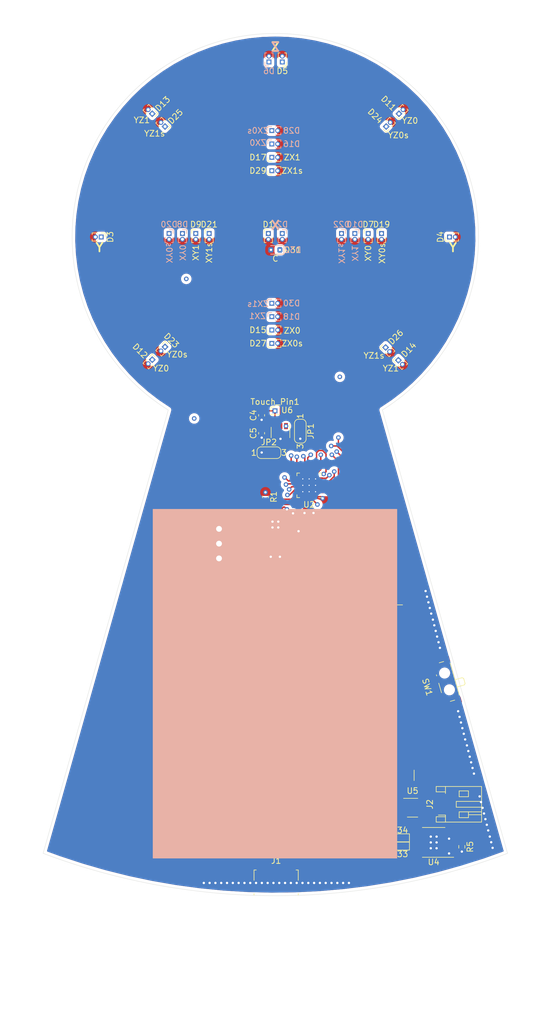
<source format=kicad_pcb>
(kicad_pcb (version 20171130) (host pcbnew "(5.1.6-0)")
  (layers (0 F.Cu signal) (1 In1.Cu signal) (2 In2.Cu signal) (31 B.Cu signal) (34 B.Paste user) (35 F.Paste user) (36 B.SilkS user hide) (37 F.SilkS user) (38 B.Mask user) (39 F.Mask user) (44 Edge.Cuts user))
  (net 0 "")
  (net 1 PairX)
  (net 2 PairY)
  (net 3 PairZ)
  (net 4 +3V3)
  (net 5 PairYZ0)
  (net 6 PairXY0)
  (net 7 PairXY1)
  (net 8 PairYZ1)
  (net 9 PairZX0)
  (net 10 PairZX1)
  (net 11 GND)
  (net 12 SPairXY0)
  (net 13 SPairXY1)
  (net 14 SPairYZ0)
  (net 15 SPairZX0)
  (net 16 SPairZX1)
  (net 17 CentrePair)
  (net 18 "Net-(D33-Pad2)")
  (net 19 "Net-(D33-Pad1)")
  (net 20 "Net-(D34-Pad2)")
  (net 21 "Net-(D34-Pad1)")
  (net 22 +VDC)
  (net 23 -BATT)
  (net 24 +BATT)
  (net 25 SW)
  (net 26 "Net-(Q2-Pad4)")
  (net 27 OC)
  (net 28 OD)
  (net 29 "Net-(R5-Pad1)")
  (net 30 "Net-(R9-Pad1)")
  (net 31 UPDI)
  (net 32 SPairYZ1)
  (net 33 "Net-(R10-Pad2)")
  (net 34 "Net-(C4-Pad2)")
  (net 35 "Net-(JP1-Pad2)")
  (net 36 "Net-(JP2-Pad2)")
  (net 37 Touch)
  (net 38 SCL)
  (net 39 SDA)
  (net 40 RSTN)
  (module Resistor_SMD:R_0603_1608Metric (layer F.Cu) (at 104 129.8 90)
    (fp_text reference R2 (at 0 -1.43 90) (layer F.SilkS))
    (fp_text value R)
    (pad 2 smd roundrect (at 0.7875 0 90) (size 0.875 0.95) (layers F.Cu F.Paste F.Mask) (net 39 SDA))
    (pad 1 smd roundrect (at -0.7875 0 90) (size 0.875 0.95) (layers F.Cu F.Paste F.Mask) (net 4 +3V3))
  )
  (module Resistor_SMD:R_0603_1608Metric (layer F.Cu) (at 98.3 124.7 270)
    (fp_text reference R1 (at 0 -1.43 90) (layer F.SilkS))
    (fp_text value R)
    (pad 2 smd roundrect (at 0.7875 0 270) (size 0.875 0.95) (layers F.Cu F.Paste F.Mask) (net 38 SCL))
    (pad 1 smd roundrect (at -0.7875 0 270) (size 0.875 0.95) (layers F.Cu F.Paste F.Mask) (net 4 +3V3))
  )
  (module Jumper:SolderJumper-3_P1.3mm_Bridged12_RoundedPad1.0x1.5mm_NumberLabels (layer F.Cu) (at 98.9 117.1)
    (fp_text reference JP2 (at 0 -1.8) (layer F.SilkS))
    (fp_text value SolderJumper_3_Bridged12)
    (fp_poly (pts (xy -0.9 -0.3) (xy -0.4 -0.3) (xy -0.4 0.3) (xy -0.9 0.3)) (layer F.Cu) (width 0))
    (fp_text user 1 (at -2.6 0) (layer F.SilkS))
    (fp_text user 3 (at 2.6 0) (layer F.SilkS))
    (pad 1 smd custom (at -1.3 0) (size 1 0.5) (layers F.Cu F.Mask) (net 11 GND) (options (clearance outline) (anchor rect)) (primitives (gr_poly (pts (xy 0.55 -0.75) (xy 0 -0.75) (xy 0 0.75) (xy 0.55 0.75)) (width 0)) (gr_circle (center 0 0.25) (end 0.5 0.25) (width 0)) (gr_circle (center 0 -0.25) (end 0.5 -0.25) (width 0))))
    (pad 2 smd rect (at 0 0) (size 1 1.5) (layers F.Cu F.Mask) (net 36 "Net-(JP2-Pad2)"))
    (pad 3 smd custom (at 1.3 0) (size 1 0.5) (layers F.Cu F.Mask) (net 4 +3V3) (options (clearance outline) (anchor rect)) (primitives (gr_circle (center 0 0.25) (end 0.5 0.25) (width 0)) (gr_circle (center 0 -0.25) (end 0.5 -0.25) (width 0)) (gr_poly (pts (xy -0.55 -0.75) (xy 0 -0.75) (xy 0 0.75) (xy -0.55 0.75)) (width 0))))
  )
  (module Jumper:SolderJumper-3_P1.3mm_Bridged12_RoundedPad1.0x1.5mm_NumberLabels (layer F.Cu) (at 104.3 113.4 270)
    (fp_text reference JP1 (at 0 -1.8 90) (layer F.SilkS))
    (fp_text value SolderJumper_3_Bridged12)
    (fp_poly (pts (xy -0.9 -0.3) (xy -0.4 -0.3) (xy -0.4 0.3) (xy -0.9 0.3)) (layer F.Cu) (width 0))
    (fp_text user 1 (at -2.6 0 90) (layer F.SilkS))
    (fp_text user 3 (at 2.6 0 90) (layer F.SilkS))
    (pad 1 smd custom (at -1.3 0 270) (size 1 0.5) (layers F.Cu F.Mask) (net 4 +3V3) (options (clearance outline) (anchor rect)) (primitives (gr_poly (pts (xy 0.55 -0.75) (xy 0 -0.75) (xy 0 0.75) (xy 0.55 0.75)) (width 0)) (gr_circle (center 0 0.25) (end 0.5 0.25) (width 0)) (gr_circle (center 0 -0.25) (end 0.5 -0.25) (width 0))))
    (pad 2 smd rect (at 0 0 270) (size 1 1.5) (layers F.Cu F.Mask) (net 35 "Net-(JP1-Pad2)"))
    (pad 3 smd custom (at 1.3 0 270) (size 1 0.5) (layers F.Cu F.Mask) (net 11 GND) (options (clearance outline) (anchor rect)) (primitives (gr_circle (center 0 0.25) (end 0.5 0.25) (width 0)) (gr_circle (center 0 -0.25) (end 0.5 -0.25) (width 0)) (gr_poly (pts (xy -0.55 -0.75) (xy 0 -0.75) (xy 0 0.75) (xy -0.55 0.75)) (width 0))))
  )
  (module Connector_PinSocket_2.54mm:PinSocket_1x03_P2.54mm_Vertical (layer F.Cu) (at 90.3 130.2)
    (fp_text reference J3 (at 0 -2.77) (layer F.SilkS))
    (fp_text value Conn_01x03_Female)
    (pad 3 thru_hole oval (at 0 5.08) (size 1.7 1.7) (drill 1) (layers *.Cu *.Mask) (net 11 GND))
    (pad 2 thru_hole oval (at 0 2.54) (size 1.7 1.7) (drill 1) (layers *.Cu *.Mask) (net 4 +3V3))
    (pad 1 thru_hole rect (at 0 0) (size 1.7 1.7) (drill 1) (layers *.Cu *.Mask) (net 31 UPDI))
  )
  (module Package_DFN_QFN:QFN-24-1EP_4x4mm_P0.5mm_EP2.7x2.7mm_ThermalVias (layer F.Cu) (at 105.83 122.71 180)
    (fp_text reference U2 (at 0 -3.32) (layer F.SilkS))
    (fp_text value AW9523b)
    (pad 25 smd rect (at 0 0 180) (size 2.7 2.7) (layers B.Cu) (net 11 GND))
    (pad 25 thru_hole circle (at 1.1 1.1 180) (size 0.5 0.5) (drill 0.2) (layers *.Cu) (net 11 GND))
    (pad 25 thru_hole circle (at 0 1.1 180) (size 0.5 0.5) (drill 0.2) (layers *.Cu) (net 11 GND))
    (pad 25 thru_hole circle (at -1.1 1.1 180) (size 0.5 0.5) (drill 0.2) (layers *.Cu) (net 11 GND))
    (pad 25 thru_hole circle (at 1.1 0 180) (size 0.5 0.5) (drill 0.2) (layers *.Cu) (net 11 GND))
    (pad 25 thru_hole circle (at 0 0 180) (size 0.5 0.5) (drill 0.2) (layers *.Cu) (net 11 GND))
    (pad 25 thru_hole circle (at -1.1 0 180) (size 0.5 0.5) (drill 0.2) (layers *.Cu) (net 11 GND))
    (pad 25 thru_hole circle (at 1.1 -1.1 180) (size 0.5 0.5) (drill 0.2) (layers *.Cu) (net 11 GND))
    (pad 25 thru_hole circle (at 0 -1.1 180) (size 0.5 0.5) (drill 0.2) (layers *.Cu) (net 11 GND))
    (pad 25 thru_hole circle (at -1.1 -1.1 180) (size 0.5 0.5) (drill 0.2) (layers *.Cu) (net 11 GND))
    (pad 25 smd rect (at 0 0 180) (size 2.7 2.7) (layers F.Cu F.Mask) (net 11 GND))
    (pad 24 smd roundrect (at -1.25 -1.9625 180) (size 0.25 0.825) (layers F.Cu F.Paste F.Mask) (net 4 +3V3))
    (pad 23 smd roundrect (at -0.75 -1.9625 180) (size 0.25 0.825) (layers F.Cu F.Paste F.Mask) (net 40 RSTN))
    (pad 22 smd roundrect (at -0.25 -1.9625 180) (size 0.25 0.825) (layers F.Cu F.Paste F.Mask) (net 11 GND))
    (pad 21 smd roundrect (at 0.25 -1.9625 180) (size 0.25 0.825) (layers F.Cu F.Paste F.Mask) (net 4 +3V3))
    (pad 20 smd roundrect (at 0.75 -1.9625 180) (size 0.25 0.825) (layers F.Cu F.Paste F.Mask) (net 39 SDA))
    (pad 19 smd roundrect (at 1.25 -1.9625 180) (size 0.25 0.825) (layers F.Cu F.Paste F.Mask) (net 38 SCL))
    (pad 18 smd roundrect (at 1.9625 -1.25 180) (size 0.825 0.25) (layers F.Cu F.Paste F.Mask) (net 4 +3V3))
    (pad 17 smd roundrect (at 1.9625 -0.75 180) (size 0.825 0.25) (layers F.Cu F.Paste F.Mask) (net 17 CentrePair))
    (pad 16 smd roundrect (at 1.9625 -0.25 180) (size 0.825 0.25) (layers F.Cu F.Paste F.Mask) (net 16 SPairZX1))
    (pad 15 smd roundrect (at 1.9625 0.25 180) (size 0.825 0.25) (layers F.Cu F.Paste F.Mask) (net 15 SPairZX0))
    (pad 14 smd roundrect (at 1.9625 0.75 180) (size 0.825 0.25) (layers F.Cu F.Paste F.Mask) (net 32 SPairYZ1))
    (pad 13 smd roundrect (at 1.9625 1.25 180) (size 0.825 0.25) (layers F.Cu F.Paste F.Mask) (net 9 PairZX0))
    (pad 12 smd roundrect (at 1.25 1.9625 180) (size 0.25 0.825) (layers F.Cu F.Paste F.Mask) (net 8 PairYZ1))
    (pad 11 smd roundrect (at 0.75 1.9625 180) (size 0.25 0.825) (layers F.Cu F.Paste F.Mask) (net 5 PairYZ0))
    (pad 10 smd roundrect (at 0.25 1.9625 180) (size 0.25 0.825) (layers F.Cu F.Paste F.Mask) (net 7 PairXY1))
    (pad 9 smd roundrect (at -0.25 1.9625 180) (size 0.25 0.825) (layers F.Cu F.Paste F.Mask) (net 11 GND))
    (pad 8 smd roundrect (at -0.75 1.9625 180) (size 0.25 0.825) (layers F.Cu F.Paste F.Mask) (net 6 PairXY0))
    (pad 7 smd roundrect (at -1.25 1.9625 180) (size 0.25 0.825) (layers F.Cu F.Paste F.Mask) (net 3 PairZ))
    (pad 6 smd roundrect (at -1.9625 1.25 180) (size 0.825 0.25) (layers F.Cu F.Paste F.Mask) (net 2 PairY))
    (pad 5 smd roundrect (at -1.9625 0.75 180) (size 0.825 0.25) (layers F.Cu F.Paste F.Mask) (net 1 PairX))
    (pad 4 smd roundrect (at -1.9625 0.25 180) (size 0.825 0.25) (layers F.Cu F.Paste F.Mask) (net 14 SPairYZ0))
    (pad 3 smd roundrect (at -1.9625 -0.25 180) (size 0.825 0.25) (layers F.Cu F.Paste F.Mask) (net 13 SPairXY1))
    (pad 2 smd roundrect (at -1.9625 -0.75 180) (size 0.825 0.25) (layers F.Cu F.Paste F.Mask) (net 12 SPairXY0))
    (pad 1 smd roundrect (at -1.9625 -1.25 180) (size 0.825 0.25) (layers F.Cu F.Paste F.Mask) (net 10 PairZX1))
  )
  (module Capacitor_SMD:C_0603_1608Metric (layer F.Cu) (at 105.8 127.47 180)
    (fp_text reference C1 (at 0 -1.43) (layer F.SilkS))
    (fp_text value C)
    (pad 2 smd roundrect (at 0.775 0 180) (size 0.9 0.95) (layers F.Cu F.Paste F.Mask) (net 4 +3V3))
    (pad 1 smd roundrect (at -0.775 0 180) (size 0.9 0.95) (layers F.Cu F.Paste F.Mask) (net 11 GND))
  )
  (module Capacitor_SMD:C_0603_1608Metric (layer F.Cu) (at 99.99 135.01)
    (fp_text reference C2 (at 0 -1.43) (layer F.SilkS))
    (fp_text value C)
    (pad 2 smd roundrect (at 0.775 0) (size 0.9 0.95) (layers F.Cu F.Paste F.Mask) (net 4 +3V3))
    (pad 1 smd roundrect (at -0.775 0) (size 0.9 0.95) (layers F.Cu F.Paste F.Mask) (net 11 GND))
  )
  (module Package_TO_SOT_SMD:SOT-23-6 (layer F.Cu) (at 100.89 113.62 270)
    (fp_text reference U6 (at -3.83 -1.14 180) (layer F.SilkS))
    (fp_text value TTP223-BA6)
    (pad 5 smd rect (at 1.1 0 270) (size 1.06 0.65) (layers F.Cu F.Paste F.Mask) (net 11 GND))
    (pad 6 smd rect (at 1.1 -0.95 270) (size 1.06 0.65) (layers F.Cu F.Paste F.Mask) (net 35 "Net-(JP1-Pad2)"))
    (pad 4 smd rect (at 1.1 0.95 270) (size 1.06 0.65) (layers F.Cu F.Paste F.Mask) (net 36 "Net-(JP2-Pad2)"))
    (pad 3 smd rect (at -1.1 0.95 270) (size 1.06 0.65) (layers F.Cu F.Paste F.Mask) (net 34 "Net-(C4-Pad2)"))
    (pad 2 smd rect (at -1.1 0 270) (size 1.06 0.65) (layers F.Cu F.Paste F.Mask) (net 4 +3V3))
    (pad 1 smd rect (at -1.1 -0.95 270) (size 1.06 0.65) (layers F.Cu F.Paste F.Mask) (net 37 Touch))
  )
  (module Connector_PinHeader_1.00mm:PinHeader_1x01_P1.00mm_Vertical (layer F.Cu) (at 99.94 109.9)
    (fp_text reference Touch_Pin1 (at 0 -1.56) (layer F.SilkS))
    (fp_text value Touch_Pin)
    (pad 1 thru_hole rect (at 0 0) (size 0.85 0.85) (drill 0.5) (layers *.Cu *.Mask) (net 34 "Net-(C4-Pad2)"))
  )
  (module Capacitor_SMD:C_0603_1608Metric (layer F.Cu) (at 97.64 113.75 90)
    (fp_text reference C5 (at 0 -1.43 90) (layer F.SilkS))
    (fp_text value 0.1uF)
    (pad 2 smd roundrect (at 0.775 0 90) (size 0.9 0.95) (layers F.Cu F.Paste F.Mask) (net 4 +3V3))
    (pad 1 smd roundrect (at -0.775 0 90) (size 0.9 0.95) (layers F.Cu F.Paste F.Mask) (net 11 GND))
  )
  (module Capacitor_SMD:C_0603_1608Metric (layer F.Cu) (at 97.64 110.67 90)
    (fp_text reference C4 (at 0 -1.43 90) (layer F.SilkS))
    (fp_text value "=< 50pF")
    (pad 2 smd roundrect (at 0.775 0 90) (size 0.9 0.95) (layers F.Cu F.Paste F.Mask) (net 34 "Net-(C4-Pad2)"))
    (pad 1 smd roundrect (at -0.775 0 90) (size 0.9 0.95) (layers F.Cu F.Paste F.Mask) (net 11 GND))
  )
  (module Resistor_SMD:R_0603_1608Metric (layer F.Cu) (at 94.08 130.23)
    (fp_text reference R10 (at 0 -1.43) (layer F.SilkS))
    (fp_text value 4.7K)
    (pad 2 smd roundrect (at 0.825 0) (size 0.8 0.95) (layers F.Cu F.Paste F.Mask) (net 33 "Net-(R10-Pad2)"))
    (pad 1 smd roundrect (at -0.825 0) (size 0.8 0.95) (layers F.Cu F.Paste F.Mask) (net 31 UPDI))
  )
  (module Connector_JST:JST_PH_S2B-PH-K_1x02_P2.00mm_Horizontal (layer F.Cu) (at 129.17 178.57 90)
    (fp_text reference J2 (at 1 -2.55 90) (layer F.SilkS))
    (fp_text value Conn_02x01)
    (pad 2 smd roundrect (at 2 0 90) (size 1.2 3.5) (drill (offset 0 -1)) (layers F.Cu F.Paste F.Mask) (net 23 -BATT))
    (pad 1 connect roundrect (at 0 0 90) (size 1.2 3.5) (drill (offset 0 -1)) (layers F.Cu F.Mask) (roundrect_rratio 0.208) (net 24 +BATT))
    (pad 3 smd roundrect (at 4.45 5.7 90) (size 1.2 3.5) (drill (offset 0 -1)) (layers F.Cu F.Paste F.Mask))
    (pad 3 smd roundrect (at -2.35 5.7 90) (size 1.2 3.5) (drill (offset 0 -1)) (layers F.Cu F.Paste F.Mask))
  )
  (module Package_TO_SOT_SMD:SOT-23-6 (layer F.Cu) (at 123.64 178.16)
    (fp_text reference U5 (at 0 -2.9) (layer F.SilkS))
    (fp_text value DW01)
    (pad 5 smd rect (at 1.1 0) (size 1.06 0.65) (layers F.Cu F.Paste F.Mask) (net 24 +BATT))
    (pad 6 smd rect (at 1.1 -0.95) (size 1.06 0.65) (layers F.Cu F.Paste F.Mask) (net 23 -BATT))
    (pad 4 smd rect (at 1.1 0.95) (size 1.06 0.65) (layers F.Cu F.Paste F.Mask))
    (pad 3 smd rect (at -1.1 0.95) (size 1.06 0.65) (layers F.Cu F.Paste F.Mask) (net 27 OC))
    (pad 2 smd rect (at -1.1 0) (size 1.06 0.65) (layers F.Cu F.Paste F.Mask) (net 30 "Net-(R9-Pad1)"))
    (pad 1 smd rect (at -1.1 -0.95) (size 1.06 0.65) (layers F.Cu F.Paste F.Mask) (net 28 OD))
  )
  (module Package_SO:HSOP-8-1EP_3.9x4.9mm_P1.27mm_EP2.41x3.1mm (layer F.Cu) (at 127.28 184.12 180)
    (fp_text reference U4 (at 0 -3.4) (layer F.SilkS))
    (fp_text value TP4056X-UserLibray)
    (pad 9 smd rect (at 0 0 180) (size 2.41 3.1) (layers F.Cu F.Mask) (net 11 GND))
    (pad 8 smd roundrect (at 2.65 -1.905 180) (size 1.6 0.6) (layers F.Cu F.Paste F.Mask) (net 22 +VDC))
    (pad 7 smd roundrect (at 2.65 -0.635 180) (size 1.6 0.6) (layers F.Cu F.Paste F.Mask) (net 19 "Net-(D33-Pad1)"))
    (pad 6 smd roundrect (at 2.65 0.635 180) (size 1.6 0.6) (layers F.Cu F.Paste F.Mask) (net 21 "Net-(D34-Pad1)"))
    (pad 5 smd roundrect (at 2.65 1.905 180) (size 1.6 0.6) (layers F.Cu F.Paste F.Mask) (net 24 +BATT))
    (pad 4 smd roundrect (at -2.65 1.905 180) (size 1.6 0.6) (layers F.Cu F.Paste F.Mask) (net 22 +VDC))
    (pad 3 smd roundrect (at -2.65 0.635 180) (size 1.6 0.6) (layers F.Cu F.Paste F.Mask) (net 11 GND))
    (pad 2 smd roundrect (at -2.65 -0.635 180) (size 1.6 0.6) (layers F.Cu F.Paste F.Mask) (net 29 "Net-(R5-Pad1)"))
    (pad 1 smd roundrect (at -2.65 -1.905 180) (size 1.6 0.6) (layers F.Cu F.Paste F.Mask) (net 11 GND))
  )
  (module Button_Switch_SMD:SW_SPDT_PCM12 (layer F.Cu) (at 129.26 156.53 106)
    (fp_text reference SW1 (at 0 -3.2 106) (layer F.SilkS))
    (fp_text value SW_SPDT)
    (pad "" smd rect (at -3.65 -0.78 106) (size 1 0.8) (layers F.Cu F.Paste F.Mask))
    (pad "" smd rect (at 3.65 -0.78 106) (size 1 0.8) (layers F.Cu F.Paste F.Mask))
    (pad "" smd rect (at 3.65 1.43 106) (size 1 0.8) (layers F.Cu F.Paste F.Mask))
    (pad "" smd rect (at -3.65 1.43 106) (size 1 0.8) (layers F.Cu F.Paste F.Mask))
    (pad 3 smd rect (at 2.25 -1.43 106) (size 0.7 1.5) (layers F.Cu F.Paste F.Mask) (net 11 GND))
    (pad 2 smd rect (at 0.75 -1.43 106) (size 0.7 1.5) (layers F.Cu F.Paste F.Mask) (net 25 SW))
    (pad 1 smd rect (at -2.25 -1.43 106) (size 0.7 1.5) (layers F.Cu F.Paste F.Mask))
    (pad "" np_thru_hole circle (at 1.5 0.33 106) (size 0.9 0.9) (drill 0.9) (layers *.Cu *.Mask))
    (pad "" np_thru_hole circle (at -1.5 0.33 106) (size 0.9 0.9) (drill 0.9) (layers *.Cu *.Mask))
  )
  (module Resistor_SMD:R_0603_1608Metric (layer F.Cu) (at 119.65 178.14 180)
    (fp_text reference R9 (at 0 -1.43) (layer F.SilkS))
    (fp_text value 1K)
    (pad 2 smd roundrect (at 0.825 0 180) (size 0.8 0.95) (layers F.Cu F.Paste F.Mask) (net 11 GND))
    (pad 1 smd roundrect (at -0.825 0 180) (size 0.8 0.95) (layers F.Cu F.Paste F.Mask) (net 30 "Net-(R9-Pad1)"))
  )
  (module Resistor_SMD:R_0603_1608Metric (layer F.Cu) (at 118.945 146.07 180)
    (fp_text reference R8 (at 0 -1.43) (layer F.SilkS))
    (fp_text value 10K)
    (pad 2 smd roundrect (at 0.825 0 180) (size 0.8 0.95) (layers F.Cu F.Paste F.Mask) (net 24 +BATT))
    (pad 1 smd roundrect (at -0.825 0 180) (size 0.8 0.95) (layers F.Cu F.Paste F.Mask) (net 25 SW))
  )
  (module Resistor_SMD:R_0603_1608Metric (layer F.Cu) (at 117.9 183.33)
    (fp_text reference R7 (at 0 -1.43) (layer F.SilkS))
    (fp_text value 1K)
    (pad 2 smd roundrect (at 0.825 0) (size 0.8 0.95) (layers F.Cu F.Paste F.Mask) (net 20 "Net-(D34-Pad2)"))
    (pad 1 smd roundrect (at -0.825 0) (size 0.8 0.95) (layers F.Cu F.Paste F.Mask) (net 22 +VDC))
  )
  (module Resistor_SMD:R_0603_1608Metric (layer F.Cu) (at 117.9 184.85)
    (fp_text reference R6 (at 0 -1.43) (layer F.SilkS))
    (fp_text value 1K)
    (pad 2 smd roundrect (at 0.825 0) (size 0.8 0.95) (layers F.Cu F.Paste F.Mask) (net 18 "Net-(D33-Pad2)"))
    (pad 1 smd roundrect (at -0.825 0) (size 0.8 0.95) (layers F.Cu F.Paste F.Mask) (net 22 +VDC))
  )
  (module Resistor_SMD:R_0603_1608Metric (layer F.Cu) (at 132.13 184.88 270)
    (fp_text reference R5 (at 0 -1.43 90) (layer F.SilkS))
    (fp_text value 10K)
    (pad 2 smd roundrect (at 0.825 0 270) (size 0.8 0.95) (layers F.Cu F.Paste F.Mask) (net 11 GND))
    (pad 1 smd roundrect (at -0.825 0 270) (size 0.8 0.95) (layers F.Cu F.Paste F.Mask) (net 29 "Net-(R5-Pad1)"))
  )
  (module Package_TO_SOT_SMD:SOT-23-6 (layer F.Cu) (at 122.3 172.59 90)
    (fp_text reference Q2 (at 0 -2.9 90) (layer F.SilkS))
    (fp_text value FS8205a)
    (pad 5 smd rect (at 1.1 0 90) (size 1.06 0.65) (layers F.Cu F.Paste F.Mask) (net 23 -BATT))
    (pad 6 smd rect (at 1.1 -0.95 90) (size 1.06 0.65) (layers F.Cu F.Paste F.Mask) (net 26 "Net-(Q2-Pad4)"))
    (pad 4 smd rect (at 1.1 0.95 90) (size 1.06 0.65) (layers F.Cu F.Paste F.Mask) (net 26 "Net-(Q2-Pad4)"))
    (pad 3 smd rect (at -1.1 0.95 90) (size 1.06 0.65) (layers F.Cu F.Paste F.Mask) (net 27 OC))
    (pad 2 smd rect (at -1.1 0 90) (size 1.06 0.65) (layers F.Cu F.Paste F.Mask) (net 11 GND))
    (pad 1 smd rect (at -1.1 -0.95 90) (size 1.06 0.65) (layers F.Cu F.Paste F.Mask) (net 28 OD))
  )
  (module Package_TO_SOT_SMD:TO-252-2 (layer F.Cu) (at 116.615 140.095 180)
    (fp_text reference Q1 (at 0 -4.5) (layer F.SilkS))
    (fp_text value Q_PMOS_GDS)
    (pad 2 smd rect (at 2.1 0 180) (size 6.4 5.8) (layers F.Cu F.Mask) (net 24 +BATT))
    (pad 3 smd rect (at -4.2 2.28 180) (size 2.2 1.2) (layers F.Cu F.Paste F.Mask) (net 4 +3V3))
    (pad 1 smd rect (at -4.2 -2.28 180) (size 2.2 1.2) (layers F.Cu F.Paste F.Mask) (net 25 SW))
  )
  (module Connector_USB:USB_Micro-B_Molex_47346-0001 (layer F.Cu) (at 100.14 190.58)
    (fp_text reference J1 (at 0 -3.3 180) (layer F.SilkS))
    (fp_text value USB_B_Micro)
    (pad 6 smd rect (at 1.55 1.2) (size 1 1.9) (layers F.Cu F.Paste F.Mask) (net 11 GND))
    (pad 6 smd rect (at -1.15 1.2) (size 1.8 1.9) (layers F.Cu F.Paste F.Mask) (net 11 GND))
    (pad 6 smd rect (at 3.375 1.2) (size 1.65 1.3) (layers F.Cu F.Paste F.Mask) (net 11 GND))
    (pad 6 smd rect (at -3.375 1.2) (size 1.65 1.3) (layers F.Cu F.Paste F.Mask) (net 11 GND))
    (pad 6 smd rect (at 2.4875 -1.375) (size 1.425 1.55) (layers F.Cu F.Paste F.Mask) (net 11 GND))
    (pad 6 smd rect (at -2.4875 -1.375) (size 1.425 1.55) (layers F.Cu F.Paste F.Mask) (net 11 GND))
    (pad 5 smd rect (at 1.3 -1.46) (size 0.45 1.38) (layers F.Cu F.Paste F.Mask) (net 11 GND))
    (pad 4 smd rect (at 0.65 -1.46) (size 0.45 1.38) (layers F.Cu F.Paste F.Mask))
    (pad 3 smd rect (at 0 -1.46) (size 0.45 1.38) (layers F.Cu F.Paste F.Mask))
    (pad 2 smd rect (at -0.65 -1.46) (size 0.45 1.38) (layers F.Cu F.Paste F.Mask))
    (pad 1 smd rect (at -1.3 -1.46) (size 0.45 1.38) (layers F.Cu F.Paste F.Mask) (net 22 +VDC))
  )
  (module LED_SMD:LED_0603_1608Metric_Castellated (layer F.Cu) (at 121.42 183.34 180)
    (fp_text reference D34 (at 0 1.31) (layer F.SilkS))
    (fp_text value LED)
    (pad 2 smd roundrect (at 0.8125 0 180) (size 1.225 0.85) (layers F.Cu F.Paste F.Mask) (net 20 "Net-(D34-Pad2)"))
    (pad 1 smd roundrect (at -0.8125 0 180) (size 1.225 0.85) (layers F.Cu F.Paste F.Mask) (net 21 "Net-(D34-Pad1)"))
  )
  (module LED_SMD:LED_0603_1608Metric_Castellated (layer F.Cu) (at 121.42 184.76 180)
    (fp_text reference D33 (at 0 -1.38) (layer F.SilkS))
    (fp_text value LED)
    (pad 2 smd roundrect (at 0.8125 0 180) (size 1.225 0.85) (layers F.Cu F.Paste F.Mask) (net 18 "Net-(D33-Pad2)"))
    (pad 1 smd roundrect (at -0.8125 0 180) (size 1.225 0.85) (layers F.Cu F.Paste F.Mask) (net 19 "Net-(D33-Pad1)"))
  )
  (module Connector_PinHeader_1.00mm:PinHeader_1x02_P1.00mm_Vertical (layer F.Cu) (at 78.8 58.8 225)
    (fp_text reference D13 (at -2.474874 -0.070711 45) (layer F.SilkS))
    (fp_text value LED_ALT)
    (pad 2 thru_hole oval (at 0 1 225) (size 0.85 0.85) (drill 0.5) (layers *.Cu *.Mask) (net 4 +3V3))
    (pad 1 thru_hole rect (at 0 0 225) (size 0.85 0.85) (drill 0.5) (layers *.Cu *.Mask) (net 8 PairYZ1))
  )
  (module Connector_PinHeader_1.00mm:PinHeader_1x02_P1.00mm_Vertical (layer F.Cu) (at 121.3 58.8 135)
    (fp_text reference D11 (at 2.545584 0 135) (layer F.SilkS))
    (fp_text value LED_ALT)
    (pad 2 thru_hole oval (at 0 1 135) (size 0.85 0.85) (drill 0.5) (layers *.Cu *.Mask) (net 4 +3V3))
    (pad 1 thru_hole rect (at 0 0 135) (size 0.85 0.85) (drill 0.5) (layers *.Cu *.Mask) (net 5 PairYZ0))
  )
  (module Connector_PinHeader_1.00mm:PinHeader_1x02_P1.00mm_Vertical (layer F.Cu) (at 121.2 101.2 45)
    (fp_text reference D14 (at 2.545584 0 45) (layer F.SilkS))
    (fp_text value LED_ALT)
    (pad 2 thru_hole oval (at 0 1 45) (size 0.85 0.85) (drill 0.5) (layers *.Cu *.Mask) (net 4 +3V3))
    (pad 1 thru_hole rect (at 0 0 45) (size 0.85 0.85) (drill 0.5) (layers *.Cu *.Mask) (net 8 PairYZ1))
  )
  (module Connector_PinHeader_1.00mm:PinHeader_1x02_P1.00mm_Vertical (layer F.Cu) (at 78.8 101.1 315)
    (fp_text reference D12 (at -2.545584 0.424264 135) (layer F.SilkS))
    (fp_text value LED_ALT)
    (pad 2 thru_hole oval (at 0 1 315) (size 0.85 0.85) (drill 0.5) (layers *.Cu *.Mask) (net 4 +3V3))
    (pad 1 thru_hole rect (at 0 0 315) (size 0.85 0.85) (drill 0.5) (layers *.Cu *.Mask) (net 5 PairYZ0))
  )
  (module LED_SMD:LED_0603_1608Metric (layer B.Cu) (at 100 82.22 180)
    (fp_text reference D32 (at -3 0 180) (layer B.SilkS) (effects (justify mirror)))
    (fp_text value LED_ALT)
    (pad 2 smd roundrect (at 0.7875 0 180) (size 0.875 0.95) (layers B.Cu B.Paste B.Mask) (net 4 +3V3))
    (pad 1 smd roundrect (at -0.7875 0 180) (size 0.875 0.95) (layers B.Cu B.Paste B.Mask) (net 17 CentrePair))
  )
  (module LED_SMD:LED_0603_1608Metric (layer F.Cu) (at 100 82.22 180)
    (fp_text reference D31 (at -3 0) (layer F.SilkS))
    (fp_text value LED_ALT)
    (pad 2 smd roundrect (at 0.7875 0 180) (size 0.875 0.95) (layers F.Cu F.Paste F.Mask) (net 4 +3V3))
    (pad 1 smd roundrect (at -0.7875 0 180) (size 0.875 0.95) (layers F.Cu F.Paste F.Mask) (net 17 CentrePair))
  )
  (module Package_DFN_QFN:QFN-24-1EP_4x4mm_P0.5mm_EP2.6x2.6mm (layer F.Cu) (at 100 129.5 90)
    (fp_text reference U1 (at 0 -3.3 90) (layer F.SilkS))
    (fp_text value ATtiny1607-M)
    (pad 24 smd roundrect (at -1.25 -1.9375 90) (size 0.25 0.825) (layers F.Cu F.Paste F.Mask))
    (pad 23 smd roundrect (at -0.75 -1.9375 90) (size 0.25 0.825) (layers F.Cu F.Paste F.Mask) (net 33 "Net-(R10-Pad2)"))
    (pad 22 smd roundrect (at -0.25 -1.9375 90) (size 0.25 0.825) (layers F.Cu F.Paste F.Mask))
    (pad 21 smd roundrect (at 0.25 -1.9375 90) (size 0.25 0.825) (layers F.Cu F.Paste F.Mask))
    (pad 20 smd roundrect (at 0.75 -1.9375 90) (size 0.25 0.825) (layers F.Cu F.Paste F.Mask))
    (pad 19 smd roundrect (at 1.25 -1.9375 90) (size 0.25 0.825) (layers F.Cu F.Paste F.Mask))
    (pad 18 smd roundrect (at 1.9375 -1.25 90) (size 0.825 0.25) (layers F.Cu F.Paste F.Mask))
    (pad 17 smd roundrect (at 1.9375 -0.75 90) (size 0.825 0.25) (layers F.Cu F.Paste F.Mask))
    (pad 16 smd roundrect (at 1.9375 -0.25 90) (size 0.825 0.25) (layers F.Cu F.Paste F.Mask) (net 38 SCL))
    (pad 15 smd roundrect (at 1.9375 0.25 90) (size 0.825 0.25) (layers F.Cu F.Paste F.Mask) (net 39 SDA))
    (pad 14 smd roundrect (at 1.9375 0.75 90) (size 0.825 0.25) (layers F.Cu F.Paste F.Mask) (net 40 RSTN))
    (pad 13 smd roundrect (at 1.9375 1.25 90) (size 0.825 0.25) (layers F.Cu F.Paste F.Mask))
    (pad 12 smd roundrect (at 1.25 1.9375 90) (size 0.25 0.825) (layers F.Cu F.Paste F.Mask))
    (pad 11 smd roundrect (at 0.75 1.9375 90) (size 0.25 0.825) (layers F.Cu F.Paste F.Mask) (net 37 Touch))
    (pad 10 smd roundrect (at 0.25 1.9375 90) (size 0.25 0.825) (layers F.Cu F.Paste F.Mask))
    (pad 9 smd roundrect (at -0.25 1.9375 90) (size 0.25 0.825) (layers F.Cu F.Paste F.Mask))
    (pad 8 smd roundrect (at -0.75 1.9375 90) (size 0.25 0.825) (layers F.Cu F.Paste F.Mask))
    (pad 7 smd roundrect (at -1.25 1.9375 90) (size 0.25 0.825) (layers F.Cu F.Paste F.Mask))
    (pad 6 smd roundrect (at -1.9375 1.25 90) (size 0.825 0.25) (layers F.Cu F.Paste F.Mask))
    (pad 5 smd roundrect (at -1.9375 0.75 90) (size 0.825 0.25) (layers F.Cu F.Paste F.Mask))
    (pad 4 smd roundrect (at -1.9375 0.25 90) (size 0.825 0.25) (layers F.Cu F.Paste F.Mask) (net 4 +3V3))
    (pad 3 smd roundrect (at -1.9375 -0.25 90) (size 0.825 0.25) (layers F.Cu F.Paste F.Mask) (net 11 GND))
    (pad 2 smd roundrect (at -1.9375 -0.75 90) (size 0.825 0.25) (layers F.Cu F.Paste F.Mask))
    (pad 1 smd roundrect (at -1.9375 -1.25 90) (size 0.825 0.25) (layers F.Cu F.Paste F.Mask))
    (pad 25 smd roundrect (at 0 0 90) (size 2.6 2.6) (layers F.Cu F.Mask) (roundrect_rratio 0.096154) (net 11 GND))
  )
  (module Connector_PinHeader_1.00mm:PinHeader_1x02_P1.00mm_Vertical (layer B.Cu) (at 99.4 91.4 270)
    (fp_text reference D30 (at 0 -3.4 180) (layer B.SilkS) (effects (justify mirror)))
    (fp_text value LED_ALT)
    (pad 2 thru_hole oval (at 0 -1 270) (size 0.85 0.85) (drill 0.5) (layers *.Cu *.Mask) (net 4 +3V3))
    (pad 1 thru_hole rect (at 0 0 270) (size 0.85 0.85) (drill 0.5) (layers *.Cu *.Mask) (net 16 SPairZX1))
  )
  (module Connector_PinHeader_1.00mm:PinHeader_1x02_P1.00mm_Vertical (layer F.Cu) (at 99.4 68.6 90)
    (fp_text reference D29 (at 0 -2.4 180) (layer F.SilkS))
    (fp_text value LED_ALT)
    (pad 2 thru_hole oval (at 0 1 90) (size 0.85 0.85) (drill 0.5) (layers *.Cu *.Mask) (net 4 +3V3))
    (pad 1 thru_hole rect (at 0 0 90) (size 0.85 0.85) (drill 0.5) (layers *.Cu *.Mask) (net 16 SPairZX1))
  )
  (module Connector_PinHeader_1.00mm:PinHeader_1x02_P1.00mm_Vertical (layer B.Cu) (at 99.4 61.7 270)
    (fp_text reference D28 (at 0 -3.4 180) (layer B.SilkS) (effects (justify mirror)))
    (fp_text value LED_ALT)
    (pad 2 thru_hole oval (at 0 -1 270) (size 0.85 0.85) (drill 0.5) (layers *.Cu *.Mask) (net 4 +3V3))
    (pad 1 thru_hole rect (at 0 0 270) (size 0.85 0.85) (drill 0.5) (layers *.Cu *.Mask) (net 15 SPairZX0))
  )
  (module Connector_PinHeader_1.00mm:PinHeader_1x02_P1.00mm_Vertical (layer F.Cu) (at 99.4 98.3 90)
    (fp_text reference D27 (at 0 -2.4 180) (layer F.SilkS))
    (fp_text value LED_ALT)
    (pad 2 thru_hole oval (at 0 1 90) (size 0.85 0.85) (drill 0.5) (layers *.Cu *.Mask) (net 4 +3V3))
    (pad 1 thru_hole rect (at 0 0 90) (size 0.85 0.85) (drill 0.5) (layers *.Cu *.Mask) (net 15 SPairZX0))
  )
  (module Connector_PinHeader_1.00mm:PinHeader_1x02_P1.00mm_Vertical (layer F.Cu) (at 119 99 45)
    (fp_text reference D26 (at 2.5 0 45) (layer F.SilkS))
    (fp_text value LED_ALT)
    (pad 2 thru_hole oval (at 0 1 45) (size 0.85 0.85) (drill 0.5) (layers *.Cu *.Mask) (net 4 +3V3))
    (pad 1 thru_hole rect (at 0 0 45) (size 0.85 0.85) (drill 0.5) (layers *.Cu *.Mask) (net 32 SPairYZ1))
  )
  (module Connector_PinHeader_1.00mm:PinHeader_1x02_P1.00mm_Vertical (layer F.Cu) (at 81 61 225)
    (fp_text reference D25 (at -2.474874 -0.070711 45) (layer F.SilkS))
    (fp_text value LED_ALT)
    (pad 2 thru_hole oval (at 0 1 225) (size 0.85 0.85) (drill 0.5) (layers *.Cu *.Mask) (net 4 +3V3))
    (pad 1 thru_hole rect (at 0 0 225) (size 0.85 0.85) (drill 0.5) (layers *.Cu *.Mask) (net 32 SPairYZ1))
  )
  (module Connector_PinHeader_1.00mm:PinHeader_1x02_P1.00mm_Vertical (layer F.Cu) (at 119.1 61 135)
    (fp_text reference D24 (at 2.616295 -0.070711 315) (layer F.SilkS))
    (fp_text value LED_ALT)
    (pad 2 thru_hole oval (at 0 1 135) (size 0.85 0.85) (drill 0.5) (layers *.Cu *.Mask) (net 4 +3V3))
    (pad 1 thru_hole rect (at 0 0 135) (size 0.85 0.85) (drill 0.5) (layers *.Cu *.Mask) (net 14 SPairYZ0))
  )
  (module Connector_PinHeader_1.00mm:PinHeader_1x02_P1.00mm_Vertical (layer F.Cu) (at 81 98.9 315)
    (fp_text reference D23 (at 0 -1.56 135) (layer F.SilkS))
    (fp_text value LED_ALT)
    (pad 2 thru_hole oval (at 0 1 315) (size 0.85 0.85) (drill 0.5) (layers *.Cu *.Mask) (net 4 +3V3))
    (pad 1 thru_hole rect (at 0 0 315) (size 0.85 0.85) (drill 0.5) (layers *.Cu *.Mask) (net 14 SPairYZ0))
  )
  (module Connector_PinHeader_1.00mm:PinHeader_1x02_P1.00mm_Vertical (layer B.Cu) (at 111.4 79.4 180)
    (fp_text reference D22 (at 0 1.56) (layer B.SilkS) (effects (justify mirror)))
    (fp_text value LED_ALT)
    (pad 2 thru_hole oval (at 0 -1 180) (size 0.85 0.85) (drill 0.5) (layers *.Cu *.Mask) (net 4 +3V3))
    (pad 1 thru_hole rect (at 0 0 180) (size 0.85 0.85) (drill 0.5) (layers *.Cu *.Mask) (net 13 SPairXY1))
  )
  (module Connector_PinHeader_1.00mm:PinHeader_1x02_P1.00mm_Vertical (layer F.Cu) (at 88.6 79.4)
    (fp_text reference D21 (at 0 -1.56) (layer F.SilkS))
    (fp_text value LED_ALT)
    (pad 2 thru_hole oval (at 0 1) (size 0.85 0.85) (drill 0.5) (layers *.Cu *.Mask) (net 4 +3V3))
    (pad 1 thru_hole rect (at 0 0) (size 0.85 0.85) (drill 0.5) (layers *.Cu *.Mask) (net 13 SPairXY1))
  )
  (module Connector_PinHeader_1.00mm:PinHeader_1x02_P1.00mm_Vertical (layer B.Cu) (at 81.7 79.4 180)
    (fp_text reference D20 (at 0 1.56) (layer B.SilkS) (effects (justify mirror)))
    (fp_text value LED_ALT)
    (pad 2 thru_hole oval (at 0 -1 180) (size 0.85 0.85) (drill 0.5) (layers *.Cu *.Mask) (net 4 +3V3))
    (pad 1 thru_hole rect (at 0 0 180) (size 0.85 0.85) (drill 0.5) (layers *.Cu *.Mask) (net 12 SPairXY0))
  )
  (module Connector_PinHeader_1.00mm:PinHeader_1x02_P1.00mm_Vertical (layer F.Cu) (at 118.3 79.4)
    (fp_text reference D19 (at 0 -1.56) (layer F.SilkS))
    (fp_text value LED_ALT)
    (pad 2 thru_hole oval (at 0 1) (size 0.85 0.85) (drill 0.5) (layers *.Cu *.Mask) (net 4 +3V3))
    (pad 1 thru_hole rect (at 0 0) (size 0.85 0.85) (drill 0.5) (layers *.Cu *.Mask) (net 12 SPairXY0))
  )
  (module Connector_PinHeader_1.00mm:PinHeader_1x02_P1.00mm_Vertical (layer B.Cu) (at 99.4 93.7 270)
    (fp_text reference D18 (at 0 -3.4 180) (layer B.SilkS) (effects (justify mirror)))
    (fp_text value LED_ALT)
    (pad 1 thru_hole rect (at 0 0 270) (size 0.85 0.85) (drill 0.5) (layers *.Cu *.Mask) (net 10 PairZX1))
    (pad 2 thru_hole oval (at 0 -1 270) (size 0.85 0.85) (drill 0.5) (layers *.Cu *.Mask) (net 4 +3V3))
  )
  (module Connector_PinHeader_1.00mm:PinHeader_1x02_P1.00mm_Vertical (layer F.Cu) (at 99.4 66.3 90)
    (fp_text reference D17 (at 0 -2.4 180) (layer F.SilkS))
    (fp_text value LED_ALT)
    (pad 1 thru_hole rect (at 0 0 90) (size 0.85 0.85) (drill 0.5) (layers *.Cu *.Mask) (net 10 PairZX1))
    (pad 2 thru_hole oval (at 0 1 90) (size 0.85 0.85) (drill 0.5) (layers *.Cu *.Mask) (net 4 +3V3))
  )
  (module Connector_PinHeader_1.00mm:PinHeader_1x02_P1.00mm_Vertical (layer B.Cu) (at 99.4 64 270)
    (fp_text reference D16 (at 0 -3.4 180) (layer B.SilkS) (effects (justify mirror)))
    (fp_text value LED_ALT)
    (pad 1 thru_hole rect (at 0 0 270) (size 0.85 0.85) (drill 0.5) (layers *.Cu *.Mask) (net 9 PairZX0))
    (pad 2 thru_hole oval (at 0 -1 270) (size 0.85 0.85) (drill 0.5) (layers *.Cu *.Mask) (net 4 +3V3))
  )
  (module Connector_PinHeader_1.00mm:PinHeader_1x02_P1.00mm_Vertical (layer F.Cu) (at 99.4 96 90)
    (fp_text reference D15 (at 0 -2.4 180) (layer F.SilkS))
    (fp_text value LED_ALT)
    (pad 1 thru_hole rect (at 0 0 90) (size 0.85 0.85) (drill 0.5) (layers *.Cu *.Mask) (net 9 PairZX0))
    (pad 2 thru_hole oval (at 0 1 90) (size 0.85 0.85) (drill 0.5) (layers *.Cu *.Mask) (net 4 +3V3))
  )
  (module Connector_PinHeader_1.00mm:PinHeader_1x02_P1.00mm_Vertical (layer B.Cu) (at 113.7 79.4 180)
    (fp_text reference D10 (at 0 1.56) (layer B.SilkS) (effects (justify mirror)))
    (fp_text value LED_ALT)
    (pad 2 thru_hole oval (at 0 -1 180) (size 0.85 0.85) (drill 0.5) (layers *.Cu *.Mask) (net 4 +3V3))
    (pad 1 thru_hole rect (at 0 0 180) (size 0.85 0.85) (drill 0.5) (layers *.Cu *.Mask) (net 7 PairXY1))
  )
  (module Connector_PinHeader_1.00mm:PinHeader_1x02_P1.00mm_Vertical (layer F.Cu) (at 86.3 79.4)
    (fp_text reference D9 (at 0 -1.56) (layer F.SilkS))
    (fp_text value LED_ALT)
    (pad 2 thru_hole oval (at 0 1) (size 0.85 0.85) (drill 0.5) (layers *.Cu *.Mask) (net 4 +3V3))
    (pad 1 thru_hole rect (at 0 0) (size 0.85 0.85) (drill 0.5) (layers *.Cu *.Mask) (net 7 PairXY1))
  )
  (module Connector_PinHeader_1.00mm:PinHeader_1x02_P1.00mm_Vertical (layer B.Cu) (at 84 79.4 180)
    (fp_text reference D8 (at 0 1.56) (layer B.SilkS) (effects (justify mirror)))
    (fp_text value LED_ALT)
    (pad 2 thru_hole oval (at 0 -1 180) (size 0.85 0.85) (drill 0.5) (layers *.Cu *.Mask) (net 4 +3V3))
    (pad 1 thru_hole rect (at 0 0 180) (size 0.85 0.85) (drill 0.5) (layers *.Cu *.Mask) (net 6 PairXY0))
  )
  (module Connector_PinHeader_1.00mm:PinHeader_1x02_P1.00mm_Vertical (layer F.Cu) (at 116 79.4)
    (fp_text reference D7 (at 0 -1.56) (layer F.SilkS))
    (fp_text value LED_ALT)
    (pad 2 thru_hole oval (at 0 1) (size 0.85 0.85) (drill 0.5) (layers *.Cu *.Mask) (net 4 +3V3))
    (pad 1 thru_hole rect (at 0 0) (size 0.85 0.85) (drill 0.5) (layers *.Cu *.Mask) (net 6 PairXY0))
  )
  (module Connector_PinHeader_1.00mm:PinHeader_1x02_P1.00mm_Vertical (layer B.Cu) (at 98.9 49.9)
    (fp_text reference D6 (at 0 1.56) (layer B.SilkS) (effects (justify mirror)))
    (fp_text value LED_ALT)
    (pad 2 thru_hole oval (at 0 -1) (size 0.85 0.85) (drill 0.5) (layers *.Cu *.Mask) (net 4 +3V3))
    (pad 1 thru_hole rect (at 0 0) (size 0.85 0.85) (drill 0.5) (layers *.Cu *.Mask) (net 3 PairZ))
  )
  (module Connector_PinHeader_1.00mm:PinHeader_1x02_P1.00mm_Vertical (layer F.Cu) (at 101.2 49.9 180)
    (fp_text reference D5 (at 0 -1.56) (layer F.SilkS))
    (fp_text value LED_ALT)
    (pad 2 thru_hole oval (at 0 1 180) (size 0.85 0.85) (drill 0.5) (layers *.Cu *.Mask) (net 4 +3V3))
    (pad 1 thru_hole rect (at 0 0 180) (size 0.85 0.85) (drill 0.5) (layers *.Cu *.Mask) (net 3 PairZ))
  )
  (module Connector_PinHeader_1.00mm:PinHeader_1x02_P1.00mm_Vertical (layer F.Cu) (at 130 80 90)
    (fp_text reference D4 (at 0 -1.56 90) (layer F.SilkS))
    (fp_text value LED_ALT)
    (pad 2 thru_hole oval (at 0 1 90) (size 0.85 0.85) (drill 0.5) (layers *.Cu *.Mask) (net 4 +3V3))
    (pad 1 thru_hole rect (at 0 0 90) (size 0.85 0.85) (drill 0.5) (layers *.Cu *.Mask) (net 2 PairY))
  )
  (module Connector_PinHeader_1.00mm:PinHeader_1x02_P1.00mm_Vertical (layer F.Cu) (at 70 80 270)
    (fp_text reference D3 (at 0 -1.56 90) (layer F.SilkS))
    (fp_text value LED_ALT)
    (pad 2 thru_hole oval (at 0 1 270) (size 0.85 0.85) (drill 0.5) (layers *.Cu *.Mask) (net 4 +3V3))
    (pad 1 thru_hole rect (at 0 0 270) (size 0.85 0.85) (drill 0.5) (layers *.Cu *.Mask) (net 2 PairY))
  )
  (module Connector_PinHeader_1.00mm:PinHeader_1x02_P1.00mm_Vertical (layer B.Cu) (at 101.2 79.4 180)
    (fp_text reference D2 (at 0 1.56) (layer B.SilkS) (effects (justify mirror)))
    (fp_text value LED_ALT)
    (pad 2 thru_hole oval (at 0 -1 180) (size 0.85 0.85) (drill 0.5) (layers *.Cu *.Mask) (net 4 +3V3))
    (pad 1 thru_hole rect (at 0 0 180) (size 0.85 0.85) (drill 0.5) (layers *.Cu *.Mask) (net 1 PairX))
  )
  (module Connector_PinHeader_1.00mm:PinHeader_1x02_P1.00mm_Vertical (layer F.Cu) (at 98.8 79.4)
    (fp_text reference D1 (at 0 -1.56) (layer F.SilkS))
    (fp_text value LED_ALT)
    (pad 2 thru_hole oval (at 0 1) (size 0.85 0.85) (drill 0.5) (layers *.Cu *.Mask) (net 4 +3V3))
    (pad 1 thru_hole rect (at 0 0) (size 0.85 0.85) (drill 0.5) (layers *.Cu *.Mask) (net 1 PairX))
  )
  (gr_poly (pts (xy 120.94 186.83) (xy 78.94 186.83) (xy 78.94 126.83) (xy 120.94 126.83)) (layer B.SilkS) (width 0.1))
  (gr_text ZX1s (at 97 91.5) (layer B.SilkS) (effects (font (size 1 1)) (justify mirror)))
  (gr_text ZX0s (at 97 61.7) (layer B.SilkS) (effects (font (size 1 1)) (justify mirror)))
  (gr_text YZ1s (at 117 100.4) (layer F.SilkS) (effects (font (size 1 1))))
  (gr_text YZ0s (at 121.2 62.5) (layer F.SilkS) (effects (font (size 1 1))))
  (gr_text XY1s (at 111.4 82.8 270) (layer B.SilkS) (effects (font (size 1 1)) (justify mirror)))
  (gr_text XY0s (at 81.7 82.7 270) (layer B.SilkS) (effects (font (size 1 1)) (justify mirror)))
  (gr_text C (at 100 83.72) (layer F.SilkS) (effects (font (size 1 1))))
  (gr_text YZ1s (at 79.2 62.2) (layer F.SilkS) (effects (font (size 1 1))))
  (gr_text YZ0s (at 83.1 100.2) (layer F.SilkS) (effects (font (size 1 1))))
  (gr_text ZX1s (at 102.9 68.6) (layer F.SilkS) (effects (font (size 1 1))))
  (gr_text ZX0s (at 102.9 98.3) (layer F.SilkS) (effects (font (size 1 1))))
  (gr_text XY1s (at 88.6 82.7 90) (layer F.SilkS) (effects (font (size 1 1))))
  (gr_text XY0s (at 118.4 82.8 90) (layer F.SilkS) (effects (font (size 1 1))))
  (gr_arc (start 100 80) (end 118.449999 109.749999) (angle -296.3935492) (layer Edge.Cuts) (width 0.05))
  (gr_arc (start 100 80) (end 60.000001 185.999999) (angle -41.34884952) (layer Edge.Cuts) (width 0.05))
  (gr_line (start 81.552745 109.7517) (end 60.000001 185.999999) (layer Edge.Cuts) (width 0.05))
  (gr_line (start 118.449999 109.749999) (end 140 185.999999) (layer Edge.Cuts) (width 0.05))
  (gr_text ZX1 (at 96.9 93.6) (layer B.SilkS) (effects (font (size 1 1)) (justify mirror)))
  (gr_text ZX0 (at 102.9 96.1) (layer F.SilkS) (effects (font (size 1 1))))
  (gr_text ZX0 (at 97 63.8) (layer B.SilkS) (effects (font (size 1 1)) (justify mirror)))
  (gr_text ZX1 (at 102.9 66.3) (layer F.SilkS) (effects (font (size 1 1))))
  (gr_text XY1 (at 86.3 82.7 90) (layer F.SilkS) (effects (font (size 1 1))))
  (gr_text XY0 (at 84 82.7 270) (layer B.SilkS) (effects (font (size 1 1)) (justify mirror)))
  (gr_text XY0 (at 116 82.8 90) (layer F.SilkS) (effects (font (size 1 1))))
  (gr_text XY1 (at 113.7 82.8 270) (layer B.SilkS) (effects (font (size 1 1)) (justify mirror)))
  (gr_text YZ1 (at 119.9 102.6) (layer F.SilkS) (effects (font (size 1 1))))
  (gr_text YZ1 (at 77 59.9) (layer F.SilkS) (effects (font (size 1 1))))
  (gr_text YZ0 (at 123.2 60) (layer F.SilkS) (effects (font (size 1 1))))
  (gr_text YZ0 (at 80.3 102.6) (layer F.SilkS) (effects (font (size 1 1))))
  (gr_text Z (at 100 47.3) (layer F.SilkS) (effects (font (size 1.5 1.5) (thickness 0.3))))
  (gr_text Z (at 100 47.2 180) (layer B.SilkS) (effects (font (size 1.5 1.5) (thickness 0.3)) (justify mirror)))
  (gr_text Y (at 130.6 81.8) (layer F.SilkS) (effects (font (size 1.5 1.5) (thickness 0.3))))
  (gr_text Y (at 69.7 81.8) (layer F.SilkS) (effects (font (size 1.5 1.5) (thickness 0.3))))
  (gr_text X (at 100 78) (layer B.SilkS) (effects (font (size 1.5 1.5) (thickness 0.3))))
  (gr_text X (at 100 78) (layer F.SilkS) (effects (font (size 1.5 1.5) (thickness 0.3))))
  (via (at 84.662336 87.205933) (size 0.8) (drill 0.4) (layers F.Cu B.Cu) (net 1))
  (segment (start 109.33718 121.96) (end 110.148426 121.148754) (width 0.25) (layer F.Cu) (net 1))
  (via (at 110.148426 120.343369) (size 0.8) (drill 0.4) (layers F.Cu B.Cu) (net 1))
  (segment (start 110.148426 121.148754) (end 110.148426 120.343369) (width 0.25) (layer F.Cu) (net 1))
  (segment (start 107.7925 121.96) (end 109.33718 121.96) (width 0.25) (layer F.Cu) (net 1))
  (segment (start 107.7925 121.46) (end 107.827474 121.494974) (width 0.25) (layer F.Cu) (net 2))
  (segment (start 108.776889 121.494974) (end 109.313264 120.958599) (width 0.25) (layer F.Cu) (net 2))
  (via (at 109.313264 120.958599) (size 0.8) (drill 0.4) (layers F.Cu B.Cu) (net 2))
  (segment (start 107.827474 121.494974) (end 108.776889 121.494974) (width 0.25) (layer F.Cu) (net 2))
  (segment (start 107.08 120.7475) (end 107.830427 119.997073) (width 0.25) (layer F.Cu) (net 3))
  (segment (start 107.830427 119.997073) (end 107.830427 117.454957) (width 0.25) (layer F.Cu) (net 3))
  (via (at 107.830427 117.454957) (size 0.8) (drill 0.4) (layers F.Cu B.Cu) (net 3))
  (via (at 104 130.6) (size 0.8) (drill 0.4) (layers F.Cu B.Cu) (net 4))
  (segment (start 100.25 134.4625) (end 100.7875 135) (width 0.25) (layer F.Cu) (net 4))
  (segment (start 100.25 131.4375) (end 100.25 134.4625) (width 0.25) (layer F.Cu) (net 4))
  (segment (start 98.8 80.4) (end 101.2 80.4) (width 0.25) (layer F.Cu) (net 4))
  (segment (start 98.8 81.5875) (end 99.2125 82) (width 0.25) (layer F.Cu) (net 4))
  (segment (start 98.8 80.4) (end 98.8 81.5875) (width 0.25) (layer F.Cu) (net 4))
  (segment (start 100.8125 80.4) (end 99.2125 82) (width 0.25) (layer F.Cu) (net 4))
  (segment (start 101.2 80.4) (end 100.8125 80.4) (width 0.25) (layer F.Cu) (net 4))
  (segment (start 88.6 80.4) (end 98.8 80.4) (width 0.25) (layer F.Cu) (net 4))
  (segment (start 101.2 80.4) (end 111.4 80.4) (width 0.25) (layer F.Cu) (net 4))
  (segment (start 111.4 80.4) (end 118.3 80.4) (width 0.25) (layer F.Cu) (net 4))
  (segment (start 81.7 80.4) (end 88.6 80.4) (width 0.25) (layer F.Cu) (net 4))
  (segment (start 101.2 48.9) (end 98.9 48.9) (width 0.25) (layer F.Cu) (net 4))
  (segment (start 101.2 48.9) (end 101.2 46.91) (width 0.25) (layer F.Cu) (net 4))
  (segment (start 101.2 46.91) (end 102.24 45.87) (width 0.25) (layer F.Cu) (net 4))
  (segment (start 102.24 45.87) (end 103.75 47.38) (width 0.25) (layer F.Cu) (net 4))
  (segment (start 100.89 113.3) (end 100.89 112.52) (width 0.25) (layer F.Cu) (net 4))
  (segment (start 100.814999 113.375001) (end 100.89 113.3) (width 0.25) (layer F.Cu) (net 4))
  (segment (start 98.040001 113.375001) (end 100.814999 113.375001) (width 0.25) (layer F.Cu) (net 4))
  (segment (start 97.64 112.975) (end 98.040001 113.375001) (width 0.25) (layer F.Cu) (net 4))
  (segment (start 100.4 98.3) (end 100.89 98.79) (width 0.25) (layer F.Cu) (net 4))
  (segment (start 105.58 126.915) (end 105.58 124.6725) (width 0.25) (layer F.Cu) (net 4))
  (segment (start 105.025 127.47) (end 105.58 126.915) (width 0.25) (layer F.Cu) (net 4))
  (segment (start 107.08 124.6725) (end 107.8625 124.6725) (width 0.25) (layer F.Cu) (net 4))
  (segment (start 107.8625 124.6725) (end 108.145 124.955) (width 0.25) (layer F.Cu) (net 4))
  (segment (start 109.39 126.2) (end 109.39 128.34) (width 0.25) (layer F.Cu) (net 4))
  (segment (start 109.39 128.34) (end 108 129.73) (width 0.25) (layer F.Cu) (net 4))
  (segment (start 108 129.73) (end 106.11 129.73) (width 0.25) (layer F.Cu) (net 4))
  (segment (start 105.025 128.645) (end 105.025 127.475) (width 0.25) (layer F.Cu) (net 4))
  (segment (start 106.11 129.73) (end 105.025 128.645) (width 0.25) (layer F.Cu) (net 4))
  (via (at 99.25 82.21) (size 0.8) (drill 0.4) (layers F.Cu B.Cu) (net 4))
  (segment (start 105.025 127.475) (end 105.025 127.47) (width 0.25) (layer F.Cu) (net 4))
  (via (at 105.025 127.475) (size 0.8) (drill 0.4) (layers F.Cu B.Cu) (net 4))
  (segment (start 100.7875 135) (end 100.7875 135) (width 0.25) (layer F.Cu) (net 4))
  (via (at 100.7875 135) (size 0.8) (drill 0.4) (layers F.Cu B.Cu) (net 4))
  (segment (start 108.145 124.955) (end 109.39 126.2) (width 0.25) (layer F.Cu) (net 4))
  (via (at 108.145 124.955) (size 0.8) (drill 0.4) (layers F.Cu B.Cu) (net 4))
  (segment (start 103.8675 123.96) (end 102.7275 125.1) (width 0.25) (layer F.Cu) (net 4))
  (segment (start 102.7275 125.1) (end 101 125.1) (width 0.25) (layer F.Cu) (net 4))
  (segment (start 101 125.1) (end 99.7 123.8) (width 0.25) (layer F.Cu) (net 4))
  (segment (start 98.4125 123.8) (end 98.3 123.9125) (width 0.25) (layer F.Cu) (net 4))
  (segment (start 99.7 123.8) (end 98.4125 123.8) (width 0.25) (layer F.Cu) (net 4))
  (segment (start 98.3 123.9125) (end 98.3 123.9125) (width 0.25) (layer F.Cu) (net 4))
  (via (at 98.3 123.9125) (size 0.8) (drill 0.4) (layers F.Cu B.Cu) (net 4))
  (segment (start 103.870364 112.14) (end 104.24499 112.14) (width 0.25) (layer F.Cu) (net 4))
  (segment (start 104.3 112.1) (end 103 110.8) (width 0.25) (layer F.Cu) (net 4))
  (segment (start 103 110.8) (end 101.7 110.8) (width 0.25) (layer F.Cu) (net 4))
  (segment (start 101.7 110.8) (end 100.89 111.61) (width 0.25) (layer F.Cu) (net 4))
  (segment (start 100.89 111.91) (end 100.89 112.52) (width 0.25) (layer F.Cu) (net 4))
  (segment (start 100.89 111.61) (end 100.89 111.91) (width 0.25) (layer F.Cu) (net 4))
  (segment (start 100.89 98.79) (end 100.89 111.91) (width 0.25) (layer F.Cu) (net 4))
  (via (at 86.025 111.215) (size 0.8) (drill 0.4) (layers F.Cu B.Cu) (net 5))
  (via (at 104.825963 117.707262) (size 0.8) (drill 0.4) (layers F.Cu B.Cu) (net 5))
  (segment (start 105.08 120.7475) (end 105.08 117.961299) (width 0.25) (layer F.Cu) (net 5))
  (segment (start 105.08 117.961299) (end 104.825963 117.707262) (width 0.25) (layer F.Cu) (net 5))
  (via (at 108.332604 120.76282) (size 0.8) (drill 0.4) (layers F.Cu B.Cu) (net 6))
  (segment (start 106.58 120.065837) (end 107.105425 119.540412) (width 0.25) (layer F.Cu) (net 6))
  (segment (start 106.58 120.7475) (end 106.58 120.065837) (width 0.25) (layer F.Cu) (net 6))
  (segment (start 107.105425 117.106955) (end 107.482425 116.729955) (width 0.25) (layer F.Cu) (net 6))
  (segment (start 107.482425 116.729955) (end 108.148429 116.729955) (width 0.25) (layer F.Cu) (net 6))
  (segment (start 108.148429 116.729955) (end 108.732603 117.314129) (width 0.25) (layer F.Cu) (net 6))
  (segment (start 108.732603 120.362821) (end 108.332604 120.76282) (width 0.25) (layer F.Cu) (net 6))
  (segment (start 107.105425 119.540412) (end 107.105425 117.106955) (width 0.25) (layer F.Cu) (net 6))
  (segment (start 108.732603 117.314129) (end 108.732603 120.362821) (width 0.25) (layer F.Cu) (net 6))
  (segment (start 105.58 117.978545) (end 106.103588 117.454957) (width 0.25) (layer F.Cu) (net 7))
  (segment (start 105.58 120.7475) (end 105.58 117.978545) (width 0.25) (layer F.Cu) (net 7))
  (via (at 106.103588 117.454957) (size 0.8) (drill 0.4) (layers F.Cu B.Cu) (net 7))
  (segment (start 104.58 120.7475) (end 103.704067 119.871567) (width 0.25) (layer F.Cu) (net 8))
  (segment (start 103.704067 119.871567) (end 103.704067 117.803838) (width 0.25) (layer F.Cu) (net 8))
  (via (at 103.704067 117.803838) (size 0.8) (drill 0.4) (layers F.Cu B.Cu) (net 8))
  (segment (start 102.727241 120.319741) (end 102.727241 117.589748) (width 0.25) (layer F.Cu) (net 9))
  (segment (start 103.8675 121.46) (end 102.727241 120.319741) (width 0.25) (layer F.Cu) (net 9))
  (via (at 102.727241 117.589748) (size 0.8) (drill 0.4) (layers F.Cu B.Cu) (net 9))
  (via (at 111.11 104.05) (size 0.8) (drill 0.4) (layers F.Cu B.Cu) (net 10))
  (via (at 110.867413 114.492587) (size 0.8) (drill 0.4) (layers F.Cu B.Cu) (net 10))
  (segment (start 107.7925 123.96) (end 109.88282 123.96) (width 0.25) (layer F.Cu) (net 10))
  (segment (start 110.867413 114.492587) (end 110.867413 115.517413) (width 0.25) (layer F.Cu) (net 10))
  (segment (start 112.23641 116.88641) (end 112.23641 121.60641) (width 0.25) (layer F.Cu) (net 10))
  (segment (start 110.867413 115.517413) (end 112.23641 116.88641) (width 0.25) (layer F.Cu) (net 10))
  (segment (start 109.88282 123.96) (end 112.23641 121.60641) (width 0.25) (layer F.Cu) (net 10))
  (via (at 97.64 111.45) (size 0.8) (drill 0.4) (layers F.Cu B.Cu) (net 11))
  (via (at 97.68 191.1) (size 0.8) (drill 0.4) (layers F.Cu B.Cu) (net 11))
  (via (at 126.78 183.13) (size 0.8) (drill 0.4) (layers F.Cu B.Cu) (net 11))
  (via (at 99.2125 135) (size 0.8) (drill 0.4) (layers F.Cu B.Cu) (net 11))
  (via (at 99.51 128.96) (size 0.8) (drill 0.4) (layers F.Cu B.Cu) (net 11))
  (segment (start 99.75 134.4625) (end 99.2125 135) (width 0.25) (layer F.Cu) (net 11))
  (segment (start 99.75 131.4375) (end 99.75 134.4625) (width 0.25) (layer F.Cu) (net 11))
  (segment (start 129.185 186.025) (end 127.28 184.12) (width 0.25) (layer F.Cu) (net 11))
  (segment (start 129.93 186.025) (end 129.93 186.025) (width 0.25) (layer F.Cu) (net 11))
  (segment (start 118.825 174.774998) (end 118.825 178.14) (width 0.25) (layer F.Cu) (net 11))
  (segment (start 120.764999 172.834999) (end 118.825 174.774998) (width 0.25) (layer F.Cu) (net 11))
  (segment (start 122.224999 172.834999) (end 120.764999 172.834999) (width 0.25) (layer F.Cu) (net 11))
  (segment (start 122.3 172.91) (end 122.224999 172.834999) (width 0.25) (layer F.Cu) (net 11))
  (segment (start 122.3 173.69) (end 122.3 172.91) (width 0.25) (layer F.Cu) (net 11))
  (via (at 127.78 183.13) (size 0.8) (drill 0.4) (layers F.Cu B.Cu) (net 11))
  (via (at 126.78 184.13) (size 0.8) (drill 0.4) (layers F.Cu B.Cu) (net 11))
  (via (at 127.78 184.13) (size 0.8) (drill 0.4) (layers F.Cu B.Cu) (net 11))
  (via (at 126.78 185.13) (size 0.8) (drill 0.4) (layers F.Cu B.Cu) (net 11))
  (via (at 127.78 185.13) (size 0.8) (drill 0.4) (layers F.Cu B.Cu) (net 11))
  (segment (start 129.93 186.025) (end 129.185 186.025) (width 0.25) (layer F.Cu) (net 11))
  (via (at 129.93 186.025) (size 0.8) (drill 0.4) (layers F.Cu B.Cu) (net 11))
  (via (at 132.13 185.705) (size 0.8) (drill 0.4) (layers F.Cu B.Cu) (net 11))
  (via (at 98.68 191.1) (size 0.8) (drill 0.4) (layers F.Cu B.Cu) (net 11))
  (via (at 99.68 191.1) (size 0.8) (drill 0.4) (layers F.Cu B.Cu) (net 11))
  (via (at 100.68 191.1) (size 0.8) (drill 0.4) (layers F.Cu B.Cu) (net 11))
  (via (at 101.68 191.1) (size 0.8) (drill 0.4) (layers F.Cu B.Cu) (net 11))
  (via (at 102.68 191.1) (size 0.8) (drill 0.4) (layers F.Cu B.Cu) (net 11))
  (segment (start 99.75 129.75) (end 99.75 131.4375) (width 0.25) (layer F.Cu) (net 11))
  (segment (start 100 129.5) (end 99.75 129.75) (width 0.25) (layer F.Cu) (net 11))
  (via (at 100.51 128.96) (size 0.8) (drill 0.4) (layers F.Cu B.Cu) (net 11))
  (via (at 99.51 129.96) (size 0.8) (drill 0.4) (layers F.Cu B.Cu) (net 11))
  (via (at 100.51 129.96) (size 0.8) (drill 0.4) (layers F.Cu B.Cu) (net 11))
  (segment (start 100.89 113.94) (end 100.89 114.72) (width 0.25) (layer F.Cu) (net 11))
  (segment (start 100.814999 113.864999) (end 100.89 113.94) (width 0.25) (layer F.Cu) (net 11))
  (segment (start 98.300001 113.864999) (end 100.814999 113.864999) (width 0.25) (layer F.Cu) (net 11))
  (segment (start 97.64 114.525) (end 97.6525 114.5125) (width 0.25) (layer F.Cu) (net 11))
  (segment (start 97.6525 114.5125) (end 98.300001 113.864999) (width 0.25) (layer F.Cu) (net 11))
  (segment (start 100.89 114.72) (end 100.89 114.72) (width 0.25) (layer F.Cu) (net 11))
  (via (at 100.89 114.72) (size 0.8) (drill 0.4) (layers F.Cu B.Cu) (net 11))
  (segment (start 97.62 117.1) (end 97.6525 117.0675) (width 0.25) (layer F.Cu) (net 11))
  (via (at 97.6525 114.5125) (size 0.8) (drill 0.4) (layers F.Cu B.Cu) (net 11))
  (via (at 97.6525 117.0675) (size 0.8) (drill 0.4) (layers F.Cu B.Cu) (net 11))
  (via (at 128.354806 150.665739) (size 0.8) (drill 0.4) (layers F.Cu B.Cu) (net 11))
  (via (at 128.112882 149.695444) (size 0.8) (drill 0.4) (layers F.Cu B.Cu) (net 11))
  (via (at 127.870961 148.725148) (size 0.8) (drill 0.4) (layers F.Cu B.Cu) (net 11))
  (via (at 127.629039 147.754852) (size 0.8) (drill 0.4) (layers F.Cu B.Cu) (net 11))
  (via (at 127.387118 146.784556) (size 0.8) (drill 0.4) (layers F.Cu B.Cu) (net 11))
  (via (at 127.145194 145.814261) (size 0.8) (drill 0.4) (layers F.Cu B.Cu) (net 11))
  (via (at 126.854806 144.775739) (size 0.8) (drill 0.4) (layers F.Cu B.Cu) (net 11))
  (via (at 126.612882 143.805444) (size 0.8) (drill 0.4) (layers F.Cu B.Cu) (net 11))
  (via (at 126.370961 142.835148) (size 0.8) (drill 0.4) (layers F.Cu B.Cu) (net 11))
  (via (at 125.887118 140.894556) (size 0.8) (drill 0.4) (layers F.Cu B.Cu) (net 11))
  (via (at 126.129039 141.864852) (size 0.8) (drill 0.4) (layers F.Cu B.Cu) (net 11))
  (via (at 131.737118 162.534556) (size 0.8) (drill 0.4) (layers F.Cu B.Cu) (net 11))
  (via (at 132.462882 165.445444) (size 0.8) (drill 0.4) (layers F.Cu B.Cu) (net 11))
  (via (at 131.979039 163.504852) (size 0.8) (drill 0.4) (layers F.Cu B.Cu) (net 11))
  (via (at 132.704806 166.415739) (size 0.8) (drill 0.4) (layers F.Cu B.Cu) (net 11))
  (via (at 132.220961 164.475148) (size 0.8) (drill 0.4) (layers F.Cu B.Cu) (net 11))
  (via (at 131.495194 161.564261) (size 0.8) (drill 0.4) (layers F.Cu B.Cu) (net 11))
  (via (at 133.972882 171.325444) (size 0.8) (drill 0.4) (layers F.Cu B.Cu) (net 11))
  (via (at 133.730961 170.355148) (size 0.8) (drill 0.4) (layers F.Cu B.Cu) (net 11))
  (via (at 133.005194 167.444261) (size 0.8) (drill 0.4) (layers F.Cu B.Cu) (net 11))
  (via (at 134.214806 172.295739) (size 0.8) (drill 0.4) (layers F.Cu B.Cu) (net 11))
  (via (at 133.489039 169.384852) (size 0.8) (drill 0.4) (layers F.Cu B.Cu) (net 11))
  (via (at 133.247118 168.414556) (size 0.8) (drill 0.4) (layers F.Cu B.Cu) (net 11))
  (segment (start 127.915 183.485) (end 127.28 184.12) (width 0.75) (layer F.Cu) (net 11))
  (segment (start 129.93 183.485) (end 129.93 183.485) (width 0.75) (layer F.Cu) (net 11))
  (segment (start 101.44 190.86) (end 101.68 191.1) (width 0.25) (layer F.Cu) (net 11))
  (segment (start 101.44 189.12) (end 101.44 190.86) (width 0.25) (layer F.Cu) (net 11))
  (segment (start 101.44 189.12) (end 101.44 188.03) (width 0.25) (layer F.Cu) (net 11))
  (segment (start 102.615 189.205) (end 102.6275 189.205) (width 0.25) (layer F.Cu) (net 11))
  (segment (start 101.44 188.03) (end 102.615 189.205) (width 0.25) (layer F.Cu) (net 11))
  (segment (start 129.93 183.485) (end 127.915 183.485) (width 0.75) (layer F.Cu) (net 11))
  (via (at 129.93 183.485) (size 0.8) (drill 0.4) (layers F.Cu B.Cu) (net 11))
  (via (at 103.68 191.1) (size 0.8) (drill 0.4) (layers F.Cu B.Cu) (net 11))
  (via (at 104.68 191.1) (size 0.8) (drill 0.4) (layers F.Cu B.Cu) (net 11))
  (via (at 105.68 191.1) (size 0.8) (drill 0.4) (layers F.Cu B.Cu) (net 11))
  (via (at 106.68 191.1) (size 0.8) (drill 0.4) (layers F.Cu B.Cu) (net 11))
  (via (at 107.68 191.1) (size 0.8) (drill 0.4) (layers F.Cu B.Cu) (net 11))
  (via (at 108.68 191.1) (size 0.8) (drill 0.4) (layers F.Cu B.Cu) (net 11))
  (via (at 109.68 191.1) (size 0.8) (drill 0.4) (layers F.Cu B.Cu) (net 11))
  (via (at 110.68 191.1) (size 0.8) (drill 0.4) (layers F.Cu B.Cu) (net 11))
  (via (at 111.68 191.1) (size 0.8) (drill 0.4) (layers F.Cu B.Cu) (net 11))
  (via (at 112.68 191.1) (size 0.8) (drill 0.4) (layers F.Cu B.Cu) (net 11))
  (via (at 96.68 191.1) (size 0.8) (drill 0.4) (layers F.Cu B.Cu) (net 11))
  (via (at 95.68 191.1) (size 0.8) (drill 0.4) (layers F.Cu B.Cu) (net 11))
  (via (at 94.68 191.1) (size 0.8) (drill 0.4) (layers F.Cu B.Cu) (net 11))
  (via (at 93.68 191.1) (size 0.8) (drill 0.4) (layers F.Cu B.Cu) (net 11))
  (via (at 92.68 191.1) (size 0.8) (drill 0.4) (layers F.Cu B.Cu) (net 11))
  (via (at 91.68 191.1) (size 0.8) (drill 0.4) (layers F.Cu B.Cu) (net 11))
  (via (at 90.68 191.1) (size 0.8) (drill 0.4) (layers F.Cu B.Cu) (net 11))
  (via (at 89.68 191.1) (size 0.8) (drill 0.4) (layers F.Cu B.Cu) (net 11))
  (via (at 88.68 191.1) (size 0.8) (drill 0.4) (layers F.Cu B.Cu) (net 11))
  (via (at 87.68 191.1) (size 0.8) (drill 0.4) (layers F.Cu B.Cu) (net 11))
  (via (at 135.192882 176.215444) (size 0.8) (drill 0.4) (layers F.Cu B.Cu) (net 11))
  (via (at 135.434806 177.185739) (size 0.8) (drill 0.4) (layers F.Cu B.Cu) (net 11))
  (via (at 136.190961 180.125148) (size 0.8) (drill 0.4) (layers F.Cu B.Cu) (net 11))
  (via (at 136.432882 181.095444) (size 0.8) (drill 0.4) (layers F.Cu B.Cu) (net 11))
  (via (at 135.707118 178.184556) (size 0.8) (drill 0.4) (layers F.Cu B.Cu) (net 11))
  (via (at 136.674806 182.065739) (size 0.8) (drill 0.4) (layers F.Cu B.Cu) (net 11))
  (via (at 135.949039 179.154852) (size 0.8) (drill 0.4) (layers F.Cu B.Cu) (net 11))
  (via (at 136.947118 183.124556) (size 0.8) (drill 0.4) (layers F.Cu B.Cu) (net 11))
  (via (at 137.189039 184.094852) (size 0.8) (drill 0.4) (layers F.Cu B.Cu) (net 11))
  (via (at 137.430961 185.065148) (size 0.8) (drill 0.4) (layers F.Cu B.Cu) (net 11))
  (segment (start 106.08 126.975) (end 106.575 127.47) (width 0.25) (layer F.Cu) (net 11))
  (segment (start 106.08 124.6725) (end 106.08 126.975) (width 0.25) (layer F.Cu) (net 11))
  (segment (start 106.08 122.96) (end 105.83 122.71) (width 0.25) (layer F.Cu) (net 11))
  (segment (start 106.08 124.6725) (end 106.08 122.96) (width 0.25) (layer F.Cu) (net 11))
  (segment (start 106.08 122.46) (end 105.83 122.71) (width 0.25) (layer F.Cu) (net 11))
  (segment (start 106.08 120.7475) (end 106.08 122.46) (width 0.25) (layer F.Cu) (net 11))
  (via (at 104.3 114.7) (size 0.8) (drill 0.4) (layers F.Cu B.Cu) (net 11))
  (segment (start 106.575 127.47) (end 106.575 127.47) (width 0.25) (layer F.Cu) (net 11))
  (via (at 106.575 127.47) (size 0.8) (drill 0.4) (layers F.Cu B.Cu) (net 11))
  (via (at 109.622578 115.941979) (size 0.8) (drill 0.4) (layers F.Cu B.Cu) (net 12))
  (segment (start 107.7925 123.46) (end 109.746412 123.46) (width 0.25) (layer F.Cu) (net 12))
  (segment (start 111.786399 121.420013) (end 111.786399 117.07281) (width 0.25) (layer F.Cu) (net 12))
  (segment (start 109.746412 123.46) (end 111.786399 121.420013) (width 0.25) (layer F.Cu) (net 12))
  (segment (start 111.786399 117.07281) (end 110.655568 115.941979) (width 0.25) (layer F.Cu) (net 12))
  (segment (start 110.655568 115.941979) (end 109.622578 115.941979) (width 0.25) (layer F.Cu) (net 12))
  (segment (start 109.610001 122.96) (end 111.323438 121.246563) (width 0.25) (layer F.Cu) (net 13))
  (via (at 110.571367 116.91125) (size 0.8) (drill 0.4) (layers F.Cu B.Cu) (net 13))
  (segment (start 111.323438 121.246563) (end 111.323438 117.663321) (width 0.25) (layer F.Cu) (net 13))
  (segment (start 107.7925 122.96) (end 109.610001 122.96) (width 0.25) (layer F.Cu) (net 13))
  (segment (start 111.323438 117.663321) (end 110.571367 116.91125) (width 0.25) (layer F.Cu) (net 13))
  (segment (start 110.873427 118.596296) (end 109.732088 117.454957) (width 0.25) (layer F.Cu) (net 14))
  (segment (start 109.47359 122.46) (end 110.873427 121.060163) (width 0.25) (layer F.Cu) (net 14))
  (via (at 109.732088 117.454957) (size 0.8) (drill 0.4) (layers F.Cu B.Cu) (net 14))
  (segment (start 107.7925 122.46) (end 109.47359 122.46) (width 0.25) (layer F.Cu) (net 14))
  (segment (start 110.873427 121.060163) (end 110.873427 118.596296) (width 0.25) (layer F.Cu) (net 14))
  (segment (start 103.8675 122.46) (end 101.946013 122.46) (width 0.25) (layer F.Cu) (net 15))
  (segment (start 101.946013 122.46) (end 101.83501 122.571003) (width 0.25) (layer F.Cu) (net 15))
  (via (at 101.83501 122.571003) (size 0.8) (drill 0.4) (layers F.Cu B.Cu) (net 15))
  (segment (start 102.828794 122.96) (end 102.378105 123.410689) (width 0.25) (layer F.Cu) (net 16))
  (segment (start 103.8675 122.96) (end 102.828794 122.96) (width 0.25) (layer F.Cu) (net 16))
  (via (at 102.378105 123.410689) (size 0.8) (drill 0.4) (layers F.Cu B.Cu) (net 16))
  (via (at 102.083542 124.366333) (size 0.8) (drill 0.4) (layers F.Cu B.Cu) (net 17))
  (segment (start 103.8675 123.46) (end 103.367705 123.46) (width 0.25) (layer F.Cu) (net 17))
  (segment (start 103.367705 123.46) (end 102.461372 124.366333) (width 0.25) (layer F.Cu) (net 17))
  (segment (start 102.461372 124.366333) (end 102.083542 124.366333) (width 0.25) (layer F.Cu) (net 17))
  (via (at 100.7875 82.22) (size 0.8) (drill 0.4) (layers F.Cu B.Cu) (net 17))
  (segment (start 120.5175 184.85) (end 120.6075 184.76) (width 0.25) (layer F.Cu) (net 18))
  (segment (start 118.725 184.85) (end 120.5175 184.85) (width 0.25) (layer F.Cu) (net 18))
  (segment (start 124.625 184.76) (end 124.63 184.755) (width 0.25) (layer F.Cu) (net 19))
  (segment (start 122.2325 184.76) (end 124.625 184.76) (width 0.25) (layer F.Cu) (net 19))
  (segment (start 118.725 183.33) (end 120.5975 183.33) (width 0.25) (layer F.Cu) (net 20))
  (segment (start 120.6075 183.34) (end 120.5975 183.33) (width 0.25) (layer F.Cu) (net 20))
  (segment (start 124.485 183.34) (end 124.63 183.485) (width 0.25) (layer F.Cu) (net 21))
  (segment (start 122.2325 183.34) (end 124.485 183.34) (width 0.25) (layer F.Cu) (net 21))
  (segment (start 117.075 183.33) (end 117.075 184.85) (width 0.25) (layer F.Cu) (net 22))
  (segment (start 98.84 188.269998) (end 98.84 189.12) (width 0.25) (layer F.Cu) (net 22))
  (segment (start 98.84 188.17) (end 98.84 188.269998) (width 0.5) (layer F.Cu) (net 22))
  (segment (start 100.220001 186.789999) (end 98.84 188.17) (width 0.5) (layer F.Cu) (net 22))
  (segment (start 117.075 184.85) (end 117.075 186.765) (width 0.5) (layer F.Cu) (net 22))
  (segment (start 100.220001 186.789999) (end 117.050001 186.789999) (width 0.5) (layer F.Cu) (net 22))
  (segment (start 132.354324 182.215) (end 129.93 182.215) (width 0.5) (layer F.Cu) (net 22))
  (segment (start 133.61501 183.475686) (end 132.354324 182.215) (width 0.5) (layer F.Cu) (net 22))
  (segment (start 133.61501 186.894244) (end 133.61501 183.475686) (width 0.5) (layer F.Cu) (net 22))
  (segment (start 123.865001 186.789999) (end 124.63 186.025) (width 1) (layer F.Cu) (net 22))
  (segment (start 121.989999 186.789999) (end 123.865001 186.789999) (width 1) (layer F.Cu) (net 22))
  (segment (start 117.050001 186.789999) (end 121.989999 186.789999) (width 0.5) (layer F.Cu) (net 22))
  (segment (start 133.51501 183.575686) (end 132.154324 182.215) (width 1) (layer F.Cu) (net 22))
  (segment (start 133.03173 187.25001) (end 133.51501 186.76673) (width 1) (layer F.Cu) (net 22))
  (segment (start 132.154324 182.215) (end 129.93 182.215) (width 1) (layer F.Cu) (net 22))
  (segment (start 133.51501 186.76673) (end 133.51501 183.575686) (width 1) (layer F.Cu) (net 22))
  (segment (start 124.63 186.025) (end 125.63001 187.02501) (width 1) (layer F.Cu) (net 22))
  (segment (start 125.85501 187.25001) (end 125.63001 187.02501) (width 1) (layer F.Cu) (net 22))
  (segment (start 133.03173 187.25001) (end 125.85501 187.25001) (width 1) (layer F.Cu) (net 22))
  (segment (start 117.075 186.765) (end 117.050001 186.789999) (width 1) (layer F.Cu) (net 22))
  (segment (start 117.075 183.33) (end 117.075 186.765) (width 1) (layer F.Cu) (net 22))
  (segment (start 121.965 186.765) (end 121.989999 186.789999) (width 1) (layer F.Cu) (net 22))
  (segment (start 117.075 186.765) (end 121.965 186.765) (width 1) (layer F.Cu) (net 22))
  (segment (start 123.89 186.765) (end 124.63 186.025) (width 1) (layer F.Cu) (net 22))
  (segment (start 117.075 186.765) (end 123.89 186.765) (width 1) (layer F.Cu) (net 22))
  (segment (start 117.075 186.765) (end 99.875 186.765) (width 1) (layer F.Cu) (net 22))
  (segment (start 99.875 186.765) (end 98.910001 187.729999) (width 1) (layer F.Cu) (net 22))
  (segment (start 129.17 175.519998) (end 129.17 176.57) (width 0.75) (layer F.Cu) (net 23))
  (segment (start 124.035001 170.384999) (end 129.17 175.519998) (width 0.75) (layer F.Cu) (net 23))
  (segment (start 122.464999 170.384999) (end 124.035001 170.384999) (width 0.75) (layer F.Cu) (net 23))
  (segment (start 122.3 170.549998) (end 122.464999 170.384999) (width 0.75) (layer F.Cu) (net 23))
  (segment (start 122.3 171.49) (end 122.3 170.549998) (width 0.75) (layer F.Cu) (net 23))
  (segment (start 128.74501 176.99499) (end 129.17 176.57) (width 0.75) (layer F.Cu) (net 23))
  (segment (start 128.51761 176.99499) (end 128.74501 176.99499) (width 0.75) (layer F.Cu) (net 23))
  (segment (start 128.3026 177.21) (end 128.51761 176.99499) (width 0.75) (layer F.Cu) (net 23))
  (segment (start 124.74 177.21) (end 128.3026 177.21) (width 0.75) (layer F.Cu) (net 23))
  (segment (start 118.12 143.7) (end 114.515 140.095) (width 0.25) (layer F.Cu) (net 24))
  (segment (start 118.12 146.07) (end 118.12 143.7) (width 0.25) (layer F.Cu) (net 24))
  (segment (start 129.17 178.57) (end 128.17 178.57) (width 1) (layer F.Cu) (net 24))
  (segment (start 124.63 182.11) (end 124.63 182.215) (width 1) (layer F.Cu) (net 24))
  (segment (start 128.17 178.57) (end 124.63 182.11) (width 1) (layer F.Cu) (net 24))
  (segment (start 114.515 140.095) (end 114.515 158.23582) (width 2) (layer F.Cu) (net 24))
  (segment (start 128.76 178.16) (end 129.17 178.57) (width 0.75) (layer F.Cu) (net 24))
  (segment (start 124.74 178.16) (end 128.76 178.16) (width 0.75) (layer F.Cu) (net 24))
  (segment (start 114.515 158.636336) (end 114.515 158.23582) (width 2) (layer F.Cu) (net 24))
  (segment (start 131.12001 175.241346) (end 114.515 158.636336) (width 2) (layer F.Cu) (net 24))
  (segment (start 131.12001 177.491326) (end 131.12001 175.241346) (width 2) (layer F.Cu) (net 24))
  (segment (start 130.041336 178.57) (end 131.12001 177.491326) (width 2) (layer F.Cu) (net 24))
  (segment (start 129.17 178.57) (end 130.041336 178.57) (width 2) (layer F.Cu) (net 24))
  (segment (start 120.815 145.025) (end 119.77 146.07) (width 0.25) (layer F.Cu) (net 25))
  (segment (start 120.815 142.375) (end 120.815 145.025) (width 0.25) (layer F.Cu) (net 25))
  (segment (start 119.77 149.074771) (end 123.41 152.714771) (width 0.25) (layer F.Cu) (net 25))
  (segment (start 119.77 146.07) (end 119.77 149.074771) (width 0.25) (layer F.Cu) (net 25))
  (segment (start 123.41 152.714771) (end 123.41 154.62) (width 0.25) (layer F.Cu) (net 25))
  (segment (start 124.993215 156.203215) (end 127.678668 156.203215) (width 0.25) (layer F.Cu) (net 25))
  (segment (start 123.41 154.62) (end 124.993215 156.203215) (width 0.25) (layer F.Cu) (net 25))
  (segment (start 123.25 172.27) (end 123.25 171.49) (width 0.25) (layer F.Cu) (net 26))
  (segment (start 123.174999 172.345001) (end 123.25 172.27) (width 0.25) (layer F.Cu) (net 26))
  (segment (start 121.425001 172.345001) (end 123.174999 172.345001) (width 0.25) (layer F.Cu) (net 26))
  (segment (start 121.35 172.27) (end 121.425001 172.345001) (width 0.25) (layer F.Cu) (net 26))
  (segment (start 121.35 171.49) (end 121.35 172.27) (width 0.25) (layer F.Cu) (net 26))
  (segment (start 123.395001 173.835001) (end 123.25 173.69) (width 0.25) (layer F.Cu) (net 27))
  (segment (start 123.395001 179.034999) (end 123.395001 173.835001) (width 0.25) (layer F.Cu) (net 27))
  (segment (start 123.32 179.11) (end 123.395001 179.034999) (width 0.25) (layer F.Cu) (net 27))
  (segment (start 122.54 179.11) (end 123.32 179.11) (width 0.25) (layer F.Cu) (net 27))
  (segment (start 121.35 176.02) (end 121.35 173.69) (width 0.25) (layer F.Cu) (net 28))
  (segment (start 122.54 177.21) (end 121.35 176.02) (width 0.25) (layer F.Cu) (net 28))
  (segment (start 129.95 184.775) (end 129.93 184.755) (width 0.25) (layer F.Cu) (net 29))
  (segment (start 131.43 184.755) (end 129.93 184.755) (width 0.25) (layer F.Cu) (net 29))
  (segment (start 132.13 184.055) (end 131.43 184.755) (width 0.25) (layer F.Cu) (net 29))
  (segment (start 120.495 178.16) (end 120.475 178.14) (width 0.25) (layer F.Cu) (net 30))
  (segment (start 122.54 178.16) (end 120.495 178.16) (width 0.25) (layer F.Cu) (net 30))
  (segment (start 90.33 130.23) (end 90.3 130.2) (width 0.25) (layer F.Cu) (net 31))
  (segment (start 93.255 130.23) (end 90.33 130.23) (width 0.25) (layer F.Cu) (net 31))
  (via (at 101.59 121.36) (size 0.8) (drill 0.4) (layers F.Cu B.Cu) (net 32))
  (segment (start 103.8675 121.96) (end 102.246247 121.96) (width 0.25) (layer F.Cu) (net 32))
  (segment (start 101.646247 121.36) (end 101.59 121.36) (width 0.25) (layer F.Cu) (net 32))
  (segment (start 102.246247 121.96) (end 101.646247 121.36) (width 0.25) (layer F.Cu) (net 32))
  (segment (start 94.905 130.23) (end 98.0425 130.23) (width 0.25) (layer F.Cu) (net 33))
  (segment (start 98.0625 130.25) (end 98.0425 130.23) (width 0.25) (layer F.Cu) (net 33))
  (segment (start 99.94 112.52) (end 99.94 109.9) (width 0.25) (layer F.Cu) (net 34))
  (segment (start 99.935 109.895) (end 99.94 109.9) (width 0.25) (layer F.Cu) (net 34))
  (segment (start 97.64 109.895) (end 99.935 109.895) (width 0.25) (layer F.Cu) (net 34))
  (segment (start 103.16 113.4) (end 101.84 114.72) (width 0.25) (layer F.Cu) (net 35))
  (segment (start 104.3 113.4) (end 103.16 113.4) (width 0.25) (layer F.Cu) (net 35))
  (segment (start 98.9 115.76) (end 98.9 117.1) (width 0.25) (layer F.Cu) (net 36))
  (segment (start 99.94 114.72) (end 98.9 115.76) (width 0.25) (layer F.Cu) (net 36))
  (via (at 103.05 127.53) (size 0.8) (drill 0.4) (layers F.Cu B.Cu) (net 37))
  (segment (start 103.05 128.098022) (end 103.05 127.53) (width 0.25) (layer F.Cu) (net 37))
  (segment (start 102.398022 128.75) (end 103.05 128.098022) (width 0.25) (layer F.Cu) (net 37))
  (segment (start 101.9375 128.75) (end 102.398022 128.75) (width 0.25) (layer F.Cu) (net 37))
  (via (at 101.84 112.52) (size 0.8) (drill 0.4) (layers F.Cu B.Cu) (net 37))
  (segment (start 99.75 127.5625) (end 99.75 126.829158) (width 0.25) (layer F.Cu) (net 38))
  (segment (start 98.362509 125.550009) (end 98.3 125.4875) (width 0.25) (layer F.Cu) (net 38))
  (segment (start 104.58 124.6725) (end 103.702491 125.550009) (width 0.25) (layer F.Cu) (net 38))
  (segment (start 99.750009 125.550009) (end 98.362509 125.550009) (width 0.25) (layer F.Cu) (net 38))
  (segment (start 99.75 125.550018) (end 99.750009 125.550009) (width 0.25) (layer F.Cu) (net 38))
  (segment (start 99.75 127.5625) (end 99.75 125.550018) (width 0.25) (layer F.Cu) (net 38))
  (segment (start 103.702491 125.550009) (end 99.750009 125.550009) (width 0.25) (layer F.Cu) (net 38))
  (segment (start 100.25 126.965568) (end 101.215548 126.00002) (width 0.25) (layer F.Cu) (net 39))
  (segment (start 100.25 127.5625) (end 100.25 126.965568) (width 0.25) (layer F.Cu) (net 39))
  (segment (start 104.656391 126.00002) (end 105.08 125.576411) (width 0.25) (layer F.Cu) (net 39))
  (segment (start 105.08 125.576411) (end 105.08 124.6725) (width 0.25) (layer F.Cu) (net 39))
  (segment (start 104.10002 128.91248) (end 104 129.0125) (width 0.25) (layer F.Cu) (net 39))
  (segment (start 101.215548 126.00002) (end 104.10002 126.00002) (width 0.25) (layer F.Cu) (net 39))
  (segment (start 104.10002 126.00002) (end 104.10002 128.91248) (width 0.25) (layer F.Cu) (net 39))
  (segment (start 104.10002 126.00002) (end 104.656391 126.00002) (width 0.25) (layer F.Cu) (net 39))
  (via (at 107.25 126.01) (size 0.8) (drill 0.4) (layers F.Cu B.Cu) (net 40))
  (segment (start 106.58 125.34) (end 106.58 124.6725) (width 0.25) (layer F.Cu) (net 40))
  (segment (start 107.25 126.01) (end 106.58 125.34) (width 0.25) (layer F.Cu) (net 40))
  (via (at 101.988436 126.84503) (size 0.8) (drill 0.4) (layers F.Cu B.Cu) (net 40))
  (segment (start 100.75 127.101978) (end 101.401945 126.450033) (width 0.25) (layer F.Cu) (net 40))
  (segment (start 100.75 127.5625) (end 100.75 127.101978) (width 0.25) (layer F.Cu) (net 40))
  (segment (start 101.401945 126.450033) (end 101.593439 126.450033) (width 0.25) (layer F.Cu) (net 40))
  (segment (start 101.593439 126.450033) (end 101.988436 126.84503) (width 0.25) (layer F.Cu) (net 40))
  (zone (net 4) (net_name +3V3) (layer F.Cu) (connect_pads yes (clearance 0.508)) (min_thickness 0.254) (fill yes (arc_segments 32) (thermal_gap 0.508) (thermal_bridge_width 0.508))
    (polygon (pts (xy 57.025 39.44) (xy 142.115 39.31) (xy 141.735 139.035) (xy 56.645 139.165)))
  )
  (zone (net 11) (net_name GND) (layer B.Cu) (connect_pads yes (clearance 0.508)) (min_thickness 0.254) (fill yes (arc_segments 32) (thermal_gap 0.508) (thermal_bridge_width 0.508))
    (polygon (pts (xy 54.27 39.24) (xy 143.2 39.25) (xy 143.605 199.145) (xy 54.675 199.135)))
  )
  (zone (net 11) (net_name GND) (layer F.Cu) (connect_pads yes (clearance 0.508)) (min_thickness 0.254) (fill yes (arc_segments 32) (thermal_gap 0.508) (thermal_bridge_width 0.508))
    (polygon (pts (xy 145.96 202.83) (xy 52.62 202.83) (xy 52.57 139.91) (xy 145.91 139.91)))
  )
)
</source>
